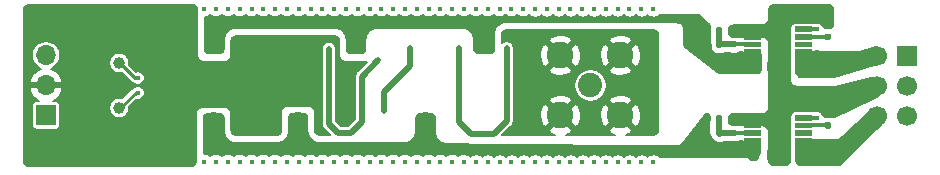
<source format=gbr>
%TF.GenerationSoftware,KiCad,Pcbnew,(5.1.8)-1*%
%TF.CreationDate,2021-10-07T20:49:06+08:00*%
%TF.ProjectId,Amplifier,416d706c-6966-4696-9572-2e6b69636164,rev?*%
%TF.SameCoordinates,Original*%
%TF.FileFunction,Copper,L4,Bot*%
%TF.FilePolarity,Positive*%
%FSLAX46Y46*%
G04 Gerber Fmt 4.6, Leading zero omitted, Abs format (unit mm)*
G04 Created by KiCad (PCBNEW (5.1.8)-1) date 2021-10-07 20:49:06*
%MOMM*%
%LPD*%
G01*
G04 APERTURE LIST*
%TA.AperFunction,SMDPad,CuDef*%
%ADD10C,1.000000*%
%TD*%
%TA.AperFunction,ComponentPad*%
%ADD11C,1.700000*%
%TD*%
%TA.AperFunction,ComponentPad*%
%ADD12R,1.700000X1.700000*%
%TD*%
%TA.AperFunction,ComponentPad*%
%ADD13C,2.250000*%
%TD*%
%TA.AperFunction,ComponentPad*%
%ADD14C,2.050000*%
%TD*%
%TA.AperFunction,ComponentPad*%
%ADD15O,1.700000X1.700000*%
%TD*%
%TA.AperFunction,SMDPad,CuDef*%
%ADD16R,1.425000X1.760000*%
%TD*%
%TA.AperFunction,ViaPad*%
%ADD17C,0.450000*%
%TD*%
%TA.AperFunction,Conductor*%
%ADD18C,0.300000*%
%TD*%
%TA.AperFunction,Conductor*%
%ADD19C,0.500000*%
%TD*%
%TA.AperFunction,Conductor*%
%ADD20C,0.250000*%
%TD*%
%TA.AperFunction,Conductor*%
%ADD21C,0.254000*%
%TD*%
%TA.AperFunction,Conductor*%
%ADD22C,0.100000*%
%TD*%
%TA.AperFunction,Conductor*%
%ADD23C,0.200000*%
%TD*%
%TA.AperFunction,Conductor*%
%ADD24C,0.400000*%
%TD*%
G04 APERTURE END LIST*
D10*
%TO.P,J5,1*%
%TO.N,Net-(J5-Pad1)*%
X80100000Y-101400000D03*
%TD*%
%TO.P,J2,1*%
%TO.N,Net-(J2-Pad1)*%
X80100000Y-97600000D03*
%TD*%
D11*
%TO.P,J1,4*%
%TO.N,GND*%
X144290000Y-99520000D03*
%TO.P,J1,5*%
%TO.N,N/C*%
X146830000Y-102060000D03*
D12*
%TO.P,J1,1*%
X146830000Y-96980000D03*
D11*
%TO.P,J1,6*%
%TO.N,-18V*%
X144290000Y-102060000D03*
%TO.P,J1,3*%
%TO.N,N/C*%
X146830000Y-99520000D03*
%TO.P,J1,2*%
%TO.N,+18V*%
X144290000Y-96980000D03*
%TD*%
%TO.P,C6,2*%
%TO.N,Net-(C6-Pad2)*%
%TA.AperFunction,SMDPad,CuDef*%
G36*
G01*
X130590000Y-102470000D02*
X130590000Y-102130000D01*
G75*
G02*
X130730000Y-101990000I140000J0D01*
G01*
X131010000Y-101990000D01*
G75*
G02*
X131150000Y-102130000I0J-140000D01*
G01*
X131150000Y-102470000D01*
G75*
G02*
X131010000Y-102610000I-140000J0D01*
G01*
X130730000Y-102610000D01*
G75*
G02*
X130590000Y-102470000I0J140000D01*
G01*
G37*
%TD.AperFunction*%
%TO.P,C6,1*%
%TO.N,AVEE*%
%TA.AperFunction,SMDPad,CuDef*%
G36*
G01*
X129630000Y-102470000D02*
X129630000Y-102130000D01*
G75*
G02*
X129770000Y-101990000I140000J0D01*
G01*
X130050000Y-101990000D01*
G75*
G02*
X130190000Y-102130000I0J-140000D01*
G01*
X130190000Y-102470000D01*
G75*
G02*
X130050000Y-102610000I-140000J0D01*
G01*
X129770000Y-102610000D01*
G75*
G02*
X129630000Y-102470000I0J140000D01*
G01*
G37*
%TD.AperFunction*%
%TD*%
%TO.P,C5,2*%
%TO.N,Net-(C5-Pad2)*%
%TA.AperFunction,SMDPad,CuDef*%
G36*
G01*
X130590000Y-95069999D02*
X130590000Y-94729999D01*
G75*
G02*
X130730000Y-94589999I140000J0D01*
G01*
X131010000Y-94589999D01*
G75*
G02*
X131150000Y-94729999I0J-140000D01*
G01*
X131150000Y-95069999D01*
G75*
G02*
X131010000Y-95209999I-140000J0D01*
G01*
X130730000Y-95209999D01*
G75*
G02*
X130590000Y-95069999I0J140000D01*
G01*
G37*
%TD.AperFunction*%
%TO.P,C5,1*%
%TO.N,AVCC*%
%TA.AperFunction,SMDPad,CuDef*%
G36*
G01*
X129630000Y-95069999D02*
X129630000Y-94729999D01*
G75*
G02*
X129770000Y-94589999I140000J0D01*
G01*
X130050000Y-94589999D01*
G75*
G02*
X130190000Y-94729999I0J-140000D01*
G01*
X130190000Y-95069999D01*
G75*
G02*
X130050000Y-95209999I-140000J0D01*
G01*
X129770000Y-95209999D01*
G75*
G02*
X129630000Y-95069999I0J140000D01*
G01*
G37*
%TD.AperFunction*%
%TD*%
%TO.P,C4,2*%
%TO.N,GND*%
%TA.AperFunction,SMDPad,CuDef*%
G36*
G01*
X140260000Y-102200000D02*
X139920000Y-102200000D01*
G75*
G02*
X139780000Y-102060000I0J140000D01*
G01*
X139780000Y-101780000D01*
G75*
G02*
X139920000Y-101640000I140000J0D01*
G01*
X140260000Y-101640000D01*
G75*
G02*
X140400000Y-101780000I0J-140000D01*
G01*
X140400000Y-102060000D01*
G75*
G02*
X140260000Y-102200000I-140000J0D01*
G01*
G37*
%TD.AperFunction*%
%TO.P,C4,1*%
%TO.N,Net-(C4-Pad1)*%
%TA.AperFunction,SMDPad,CuDef*%
G36*
G01*
X140260000Y-103160000D02*
X139920000Y-103160000D01*
G75*
G02*
X139780000Y-103020000I0J140000D01*
G01*
X139780000Y-102740000D01*
G75*
G02*
X139920000Y-102600000I140000J0D01*
G01*
X140260000Y-102600000D01*
G75*
G02*
X140400000Y-102740000I0J-140000D01*
G01*
X140400000Y-103020000D01*
G75*
G02*
X140260000Y-103160000I-140000J0D01*
G01*
G37*
%TD.AperFunction*%
%TD*%
%TO.P,C3,2*%
%TO.N,GND*%
%TA.AperFunction,SMDPad,CuDef*%
G36*
G01*
X140260000Y-94700000D02*
X139920000Y-94700000D01*
G75*
G02*
X139780000Y-94560000I0J140000D01*
G01*
X139780000Y-94280000D01*
G75*
G02*
X139920000Y-94140000I140000J0D01*
G01*
X140260000Y-94140000D01*
G75*
G02*
X140400000Y-94280000I0J-140000D01*
G01*
X140400000Y-94560000D01*
G75*
G02*
X140260000Y-94700000I-140000J0D01*
G01*
G37*
%TD.AperFunction*%
%TO.P,C3,1*%
%TO.N,Net-(C3-Pad1)*%
%TA.AperFunction,SMDPad,CuDef*%
G36*
G01*
X140260000Y-95660000D02*
X139920000Y-95660000D01*
G75*
G02*
X139780000Y-95520000I0J140000D01*
G01*
X139780000Y-95240000D01*
G75*
G02*
X139920000Y-95100000I140000J0D01*
G01*
X140260000Y-95100000D01*
G75*
G02*
X140400000Y-95240000I0J-140000D01*
G01*
X140400000Y-95520000D01*
G75*
G02*
X140260000Y-95660000I-140000J0D01*
G01*
G37*
%TD.AperFunction*%
%TD*%
%TO.P,R4,2*%
%TO.N,GND*%
%TA.AperFunction,SMDPad,CuDef*%
G36*
G01*
X132275001Y-102760000D02*
X131905001Y-102760000D01*
G75*
G02*
X131770001Y-102625000I0J135000D01*
G01*
X131770001Y-102355000D01*
G75*
G02*
X131905001Y-102220000I135000J0D01*
G01*
X132275001Y-102220000D01*
G75*
G02*
X132410001Y-102355000I0J-135000D01*
G01*
X132410001Y-102625000D01*
G75*
G02*
X132275001Y-102760000I-135000J0D01*
G01*
G37*
%TD.AperFunction*%
%TO.P,R4,1*%
%TO.N,Net-(C6-Pad2)*%
%TA.AperFunction,SMDPad,CuDef*%
G36*
G01*
X132275001Y-103780000D02*
X131905001Y-103780000D01*
G75*
G02*
X131770001Y-103645000I0J135000D01*
G01*
X131770001Y-103375000D01*
G75*
G02*
X131905001Y-103240000I135000J0D01*
G01*
X132275001Y-103240000D01*
G75*
G02*
X132410001Y-103375000I0J-135000D01*
G01*
X132410001Y-103645000D01*
G75*
G02*
X132275001Y-103780000I-135000J0D01*
G01*
G37*
%TD.AperFunction*%
%TD*%
%TO.P,R3,2*%
%TO.N,Net-(C6-Pad2)*%
%TA.AperFunction,SMDPad,CuDef*%
G36*
G01*
X130630000Y-103684999D02*
X130630000Y-103314999D01*
G75*
G02*
X130765000Y-103179999I135000J0D01*
G01*
X131035000Y-103179999D01*
G75*
G02*
X131170000Y-103314999I0J-135000D01*
G01*
X131170000Y-103684999D01*
G75*
G02*
X131035000Y-103819999I-135000J0D01*
G01*
X130765000Y-103819999D01*
G75*
G02*
X130630000Y-103684999I0J135000D01*
G01*
G37*
%TD.AperFunction*%
%TO.P,R3,1*%
%TO.N,AVEE*%
%TA.AperFunction,SMDPad,CuDef*%
G36*
G01*
X129610000Y-103684999D02*
X129610000Y-103314999D01*
G75*
G02*
X129745000Y-103179999I135000J0D01*
G01*
X130015000Y-103179999D01*
G75*
G02*
X130150000Y-103314999I0J-135000D01*
G01*
X130150000Y-103684999D01*
G75*
G02*
X130015000Y-103819999I-135000J0D01*
G01*
X129745000Y-103819999D01*
G75*
G02*
X129610000Y-103684999I0J135000D01*
G01*
G37*
%TD.AperFunction*%
%TD*%
%TO.P,R2,2*%
%TO.N,GND*%
%TA.AperFunction,SMDPad,CuDef*%
G36*
G01*
X132275000Y-95260001D02*
X131905000Y-95260001D01*
G75*
G02*
X131770000Y-95125001I0J135000D01*
G01*
X131770000Y-94855001D01*
G75*
G02*
X131905000Y-94720001I135000J0D01*
G01*
X132275000Y-94720001D01*
G75*
G02*
X132410000Y-94855001I0J-135000D01*
G01*
X132410000Y-95125001D01*
G75*
G02*
X132275000Y-95260001I-135000J0D01*
G01*
G37*
%TD.AperFunction*%
%TO.P,R2,1*%
%TO.N,Net-(C5-Pad2)*%
%TA.AperFunction,SMDPad,CuDef*%
G36*
G01*
X132275000Y-96280001D02*
X131905000Y-96280001D01*
G75*
G02*
X131770000Y-96145001I0J135000D01*
G01*
X131770000Y-95875001D01*
G75*
G02*
X131905000Y-95740001I135000J0D01*
G01*
X132275000Y-95740001D01*
G75*
G02*
X132410000Y-95875001I0J-135000D01*
G01*
X132410000Y-96145001D01*
G75*
G02*
X132275000Y-96280001I-135000J0D01*
G01*
G37*
%TD.AperFunction*%
%TD*%
%TO.P,R1,2*%
%TO.N,Net-(C5-Pad2)*%
%TA.AperFunction,SMDPad,CuDef*%
G36*
G01*
X130629999Y-96185000D02*
X130629999Y-95815000D01*
G75*
G02*
X130764999Y-95680000I135000J0D01*
G01*
X131034999Y-95680000D01*
G75*
G02*
X131169999Y-95815000I0J-135000D01*
G01*
X131169999Y-96185000D01*
G75*
G02*
X131034999Y-96320000I-135000J0D01*
G01*
X130764999Y-96320000D01*
G75*
G02*
X130629999Y-96185000I0J135000D01*
G01*
G37*
%TD.AperFunction*%
%TO.P,R1,1*%
%TO.N,AVCC*%
%TA.AperFunction,SMDPad,CuDef*%
G36*
G01*
X129609999Y-96185000D02*
X129609999Y-95815000D01*
G75*
G02*
X129744999Y-95680000I135000J0D01*
G01*
X130014999Y-95680000D01*
G75*
G02*
X130149999Y-95815000I0J-135000D01*
G01*
X130149999Y-96185000D01*
G75*
G02*
X130014999Y-96320000I-135000J0D01*
G01*
X129744999Y-96320000D01*
G75*
G02*
X129609999Y-96185000I0J135000D01*
G01*
G37*
%TD.AperFunction*%
%TD*%
D13*
%TO.P,J4,2*%
%TO.N,GND*%
X117460000Y-102040000D03*
X117460000Y-96960000D03*
X122540000Y-96960000D03*
X122540000Y-102040000D03*
D14*
%TO.P,J4,1*%
%TO.N,OutSignal*%
X120000000Y-99500000D03*
%TD*%
D15*
%TO.P,J3,3*%
%TO.N,Signal-*%
X73900000Y-96945000D03*
%TO.P,J3,2*%
%TO.N,GND*%
X73900000Y-99485000D03*
D12*
%TO.P,J3,1*%
%TO.N,Signal+*%
X73900000Y-102025000D03*
%TD*%
%TO.P,C8,2*%
%TO.N,GND*%
%TA.AperFunction,SMDPad,CuDef*%
G36*
G01*
X134914999Y-105649999D02*
X134914999Y-105149999D01*
G75*
G02*
X135139999Y-104924999I225000J0D01*
G01*
X135589999Y-104924999D01*
G75*
G02*
X135814999Y-105149999I0J-225000D01*
G01*
X135814999Y-105649999D01*
G75*
G02*
X135589999Y-105874999I-225000J0D01*
G01*
X135139999Y-105874999D01*
G75*
G02*
X134914999Y-105649999I0J225000D01*
G01*
G37*
%TD.AperFunction*%
%TO.P,C8,1*%
%TO.N,AVEE*%
%TA.AperFunction,SMDPad,CuDef*%
G36*
G01*
X133364999Y-105649999D02*
X133364999Y-105149999D01*
G75*
G02*
X133589999Y-104924999I225000J0D01*
G01*
X134039999Y-104924999D01*
G75*
G02*
X134264999Y-105149999I0J-225000D01*
G01*
X134264999Y-105649999D01*
G75*
G02*
X134039999Y-105874999I-225000J0D01*
G01*
X133589999Y-105874999D01*
G75*
G02*
X133364999Y-105649999I0J225000D01*
G01*
G37*
%TD.AperFunction*%
%TD*%
%TO.P,C7,2*%
%TO.N,GND*%
%TA.AperFunction,SMDPad,CuDef*%
G36*
G01*
X134915000Y-98150000D02*
X134915000Y-97650000D01*
G75*
G02*
X135140000Y-97425000I225000J0D01*
G01*
X135590000Y-97425000D01*
G75*
G02*
X135815000Y-97650000I0J-225000D01*
G01*
X135815000Y-98150000D01*
G75*
G02*
X135590000Y-98375000I-225000J0D01*
G01*
X135140000Y-98375000D01*
G75*
G02*
X134915000Y-98150000I0J225000D01*
G01*
G37*
%TD.AperFunction*%
%TO.P,C7,1*%
%TO.N,AVCC*%
%TA.AperFunction,SMDPad,CuDef*%
G36*
G01*
X133365000Y-98150000D02*
X133365000Y-97650000D01*
G75*
G02*
X133590000Y-97425000I225000J0D01*
G01*
X134040000Y-97425000D01*
G75*
G02*
X134265000Y-97650000I0J-225000D01*
G01*
X134265000Y-98150000D01*
G75*
G02*
X134040000Y-98375000I-225000J0D01*
G01*
X133590000Y-98375000D01*
G75*
G02*
X133365000Y-98150000I0J225000D01*
G01*
G37*
%TD.AperFunction*%
%TD*%
%TO.P,C2,2*%
%TO.N,GND*%
%TA.AperFunction,SMDPad,CuDef*%
G36*
G01*
X136865000Y-105150000D02*
X136865000Y-105650000D01*
G75*
G02*
X136640000Y-105875000I-225000J0D01*
G01*
X136190000Y-105875000D01*
G75*
G02*
X135965000Y-105650000I0J225000D01*
G01*
X135965000Y-105150000D01*
G75*
G02*
X136190000Y-104925000I225000J0D01*
G01*
X136640000Y-104925000D01*
G75*
G02*
X136865000Y-105150000I0J-225000D01*
G01*
G37*
%TD.AperFunction*%
%TO.P,C2,1*%
%TO.N,-18V*%
%TA.AperFunction,SMDPad,CuDef*%
G36*
G01*
X138415000Y-105150000D02*
X138415000Y-105650000D01*
G75*
G02*
X138190000Y-105875000I-225000J0D01*
G01*
X137740000Y-105875000D01*
G75*
G02*
X137515000Y-105650000I0J225000D01*
G01*
X137515000Y-105150000D01*
G75*
G02*
X137740000Y-104925000I225000J0D01*
G01*
X138190000Y-104925000D01*
G75*
G02*
X138415000Y-105150000I0J-225000D01*
G01*
G37*
%TD.AperFunction*%
%TD*%
%TO.P,C1,2*%
%TO.N,GND*%
%TA.AperFunction,SMDPad,CuDef*%
G36*
G01*
X136865000Y-97650000D02*
X136865000Y-98150000D01*
G75*
G02*
X136640000Y-98375000I-225000J0D01*
G01*
X136190000Y-98375000D01*
G75*
G02*
X135965000Y-98150000I0J225000D01*
G01*
X135965000Y-97650000D01*
G75*
G02*
X136190000Y-97425000I225000J0D01*
G01*
X136640000Y-97425000D01*
G75*
G02*
X136865000Y-97650000I0J-225000D01*
G01*
G37*
%TD.AperFunction*%
%TO.P,C1,1*%
%TO.N,+18V*%
%TA.AperFunction,SMDPad,CuDef*%
G36*
G01*
X138415000Y-97650000D02*
X138415000Y-98150000D01*
G75*
G02*
X138190000Y-98375000I-225000J0D01*
G01*
X137740000Y-98375000D01*
G75*
G02*
X137515000Y-98150000I0J225000D01*
G01*
X137515000Y-97650000D01*
G75*
G02*
X137740000Y-97425000I225000J0D01*
G01*
X138190000Y-97425000D01*
G75*
G02*
X138415000Y-97650000I0J-225000D01*
G01*
G37*
%TD.AperFunction*%
%TD*%
D16*
%TO.P,U2,9*%
%TO.N,GND*%
X135890000Y-103200000D03*
%TO.P,U2,8*%
%TO.N,-18V*%
%TA.AperFunction,SMDPad,CuDef*%
G36*
G01*
X137305000Y-104386200D02*
X137305000Y-103963800D01*
G75*
G02*
X137333800Y-103935000I28800J0D01*
G01*
X138746200Y-103935000D01*
G75*
G02*
X138775000Y-103963800I0J-28800D01*
G01*
X138775000Y-104386200D01*
G75*
G02*
X138746200Y-104415000I-28800J0D01*
G01*
X137333800Y-104415000D01*
G75*
G02*
X137305000Y-104386200I0J28800D01*
G01*
G37*
%TD.AperFunction*%
%TO.P,U2,7*%
%TO.N,N/C*%
%TA.AperFunction,SMDPad,CuDef*%
G36*
G01*
X137305000Y-103736200D02*
X137305000Y-103313800D01*
G75*
G02*
X137333800Y-103285000I28800J0D01*
G01*
X138746200Y-103285000D01*
G75*
G02*
X138775000Y-103313800I0J-28800D01*
G01*
X138775000Y-103736200D01*
G75*
G02*
X138746200Y-103765000I-28800J0D01*
G01*
X137333800Y-103765000D01*
G75*
G02*
X137305000Y-103736200I0J28800D01*
G01*
G37*
%TD.AperFunction*%
%TO.P,U2,6*%
%TO.N,Net-(C4-Pad1)*%
%TA.AperFunction,SMDPad,CuDef*%
G36*
G01*
X137305000Y-103086200D02*
X137305000Y-102663800D01*
G75*
G02*
X137333800Y-102635000I28800J0D01*
G01*
X138746200Y-102635000D01*
G75*
G02*
X138775000Y-102663800I0J-28800D01*
G01*
X138775000Y-103086200D01*
G75*
G02*
X138746200Y-103115000I-28800J0D01*
G01*
X137333800Y-103115000D01*
G75*
G02*
X137305000Y-103086200I0J28800D01*
G01*
G37*
%TD.AperFunction*%
%TO.P,U2,5*%
%TO.N,-18V*%
%TA.AperFunction,SMDPad,CuDef*%
G36*
G01*
X137305000Y-102436200D02*
X137305000Y-102013800D01*
G75*
G02*
X137333800Y-101985000I28800J0D01*
G01*
X138746200Y-101985000D01*
G75*
G02*
X138775000Y-102013800I0J-28800D01*
G01*
X138775000Y-102436200D01*
G75*
G02*
X138746200Y-102465000I-28800J0D01*
G01*
X137333800Y-102465000D01*
G75*
G02*
X137305000Y-102436200I0J28800D01*
G01*
G37*
%TD.AperFunction*%
%TO.P,U2,4*%
%TO.N,GND*%
%TA.AperFunction,SMDPad,CuDef*%
G36*
G01*
X133005000Y-102436200D02*
X133005000Y-102013800D01*
G75*
G02*
X133033800Y-101985000I28800J0D01*
G01*
X134446200Y-101985000D01*
G75*
G02*
X134475000Y-102013800I0J-28800D01*
G01*
X134475000Y-102436200D01*
G75*
G02*
X134446200Y-102465000I-28800J0D01*
G01*
X133033800Y-102465000D01*
G75*
G02*
X133005000Y-102436200I0J28800D01*
G01*
G37*
%TD.AperFunction*%
%TO.P,U2,3*%
%TA.AperFunction,SMDPad,CuDef*%
G36*
G01*
X133005000Y-103086200D02*
X133005000Y-102663800D01*
G75*
G02*
X133033800Y-102635000I28800J0D01*
G01*
X134446200Y-102635000D01*
G75*
G02*
X134475000Y-102663800I0J-28800D01*
G01*
X134475000Y-103086200D01*
G75*
G02*
X134446200Y-103115000I-28800J0D01*
G01*
X133033800Y-103115000D01*
G75*
G02*
X133005000Y-103086200I0J28800D01*
G01*
G37*
%TD.AperFunction*%
%TO.P,U2,2*%
%TO.N,Net-(C6-Pad2)*%
%TA.AperFunction,SMDPad,CuDef*%
G36*
G01*
X133005000Y-103736200D02*
X133005000Y-103313800D01*
G75*
G02*
X133033800Y-103285000I28800J0D01*
G01*
X134446200Y-103285000D01*
G75*
G02*
X134475000Y-103313800I0J-28800D01*
G01*
X134475000Y-103736200D01*
G75*
G02*
X134446200Y-103765000I-28800J0D01*
G01*
X133033800Y-103765000D01*
G75*
G02*
X133005000Y-103736200I0J28800D01*
G01*
G37*
%TD.AperFunction*%
%TO.P,U2,1*%
%TO.N,AVEE*%
%TA.AperFunction,SMDPad,CuDef*%
G36*
G01*
X133005000Y-104386200D02*
X133005000Y-103963800D01*
G75*
G02*
X133033800Y-103935000I28800J0D01*
G01*
X134446200Y-103935000D01*
G75*
G02*
X134475000Y-103963800I0J-28800D01*
G01*
X134475000Y-104386200D01*
G75*
G02*
X134446200Y-104415000I-28800J0D01*
G01*
X133033800Y-104415000D01*
G75*
G02*
X133005000Y-104386200I0J28800D01*
G01*
G37*
%TD.AperFunction*%
%TD*%
%TO.P,U1,9*%
%TO.N,GND*%
X135890000Y-95700000D03*
%TO.P,U1,8*%
%TO.N,+18V*%
%TA.AperFunction,SMDPad,CuDef*%
G36*
G01*
X137305000Y-96886200D02*
X137305000Y-96463800D01*
G75*
G02*
X137333800Y-96435000I28800J0D01*
G01*
X138746200Y-96435000D01*
G75*
G02*
X138775000Y-96463800I0J-28800D01*
G01*
X138775000Y-96886200D01*
G75*
G02*
X138746200Y-96915000I-28800J0D01*
G01*
X137333800Y-96915000D01*
G75*
G02*
X137305000Y-96886200I0J28800D01*
G01*
G37*
%TD.AperFunction*%
%TO.P,U1,7*%
%TO.N,N/C*%
%TA.AperFunction,SMDPad,CuDef*%
G36*
G01*
X137305000Y-96236200D02*
X137305000Y-95813800D01*
G75*
G02*
X137333800Y-95785000I28800J0D01*
G01*
X138746200Y-95785000D01*
G75*
G02*
X138775000Y-95813800I0J-28800D01*
G01*
X138775000Y-96236200D01*
G75*
G02*
X138746200Y-96265000I-28800J0D01*
G01*
X137333800Y-96265000D01*
G75*
G02*
X137305000Y-96236200I0J28800D01*
G01*
G37*
%TD.AperFunction*%
%TO.P,U1,6*%
%TO.N,Net-(C3-Pad1)*%
%TA.AperFunction,SMDPad,CuDef*%
G36*
G01*
X137305000Y-95586200D02*
X137305000Y-95163800D01*
G75*
G02*
X137333800Y-95135000I28800J0D01*
G01*
X138746200Y-95135000D01*
G75*
G02*
X138775000Y-95163800I0J-28800D01*
G01*
X138775000Y-95586200D01*
G75*
G02*
X138746200Y-95615000I-28800J0D01*
G01*
X137333800Y-95615000D01*
G75*
G02*
X137305000Y-95586200I0J28800D01*
G01*
G37*
%TD.AperFunction*%
%TO.P,U1,5*%
%TO.N,+18V*%
%TA.AperFunction,SMDPad,CuDef*%
G36*
G01*
X137305000Y-94936200D02*
X137305000Y-94513800D01*
G75*
G02*
X137333800Y-94485000I28800J0D01*
G01*
X138746200Y-94485000D01*
G75*
G02*
X138775000Y-94513800I0J-28800D01*
G01*
X138775000Y-94936200D01*
G75*
G02*
X138746200Y-94965000I-28800J0D01*
G01*
X137333800Y-94965000D01*
G75*
G02*
X137305000Y-94936200I0J28800D01*
G01*
G37*
%TD.AperFunction*%
%TO.P,U1,4*%
%TO.N,GND*%
%TA.AperFunction,SMDPad,CuDef*%
G36*
G01*
X133005000Y-94936200D02*
X133005000Y-94513800D01*
G75*
G02*
X133033800Y-94485000I28800J0D01*
G01*
X134446200Y-94485000D01*
G75*
G02*
X134475000Y-94513800I0J-28800D01*
G01*
X134475000Y-94936200D01*
G75*
G02*
X134446200Y-94965000I-28800J0D01*
G01*
X133033800Y-94965000D01*
G75*
G02*
X133005000Y-94936200I0J28800D01*
G01*
G37*
%TD.AperFunction*%
%TO.P,U1,3*%
%TA.AperFunction,SMDPad,CuDef*%
G36*
G01*
X133005000Y-95586200D02*
X133005000Y-95163800D01*
G75*
G02*
X133033800Y-95135000I28800J0D01*
G01*
X134446200Y-95135000D01*
G75*
G02*
X134475000Y-95163800I0J-28800D01*
G01*
X134475000Y-95586200D01*
G75*
G02*
X134446200Y-95615000I-28800J0D01*
G01*
X133033800Y-95615000D01*
G75*
G02*
X133005000Y-95586200I0J28800D01*
G01*
G37*
%TD.AperFunction*%
%TO.P,U1,2*%
%TO.N,Net-(C5-Pad2)*%
%TA.AperFunction,SMDPad,CuDef*%
G36*
G01*
X133005000Y-96236200D02*
X133005000Y-95813800D01*
G75*
G02*
X133033800Y-95785000I28800J0D01*
G01*
X134446200Y-95785000D01*
G75*
G02*
X134475000Y-95813800I0J-28800D01*
G01*
X134475000Y-96236200D01*
G75*
G02*
X134446200Y-96265000I-28800J0D01*
G01*
X133033800Y-96265000D01*
G75*
G02*
X133005000Y-96236200I0J28800D01*
G01*
G37*
%TD.AperFunction*%
%TO.P,U1,1*%
%TO.N,AVCC*%
%TA.AperFunction,SMDPad,CuDef*%
G36*
G01*
X133005000Y-96886200D02*
X133005000Y-96463800D01*
G75*
G02*
X133033800Y-96435000I28800J0D01*
G01*
X134446200Y-96435000D01*
G75*
G02*
X134475000Y-96463800I0J-28800D01*
G01*
X134475000Y-96886200D01*
G75*
G02*
X134446200Y-96915000I-28800J0D01*
G01*
X133033800Y-96915000D01*
G75*
G02*
X133005000Y-96886200I0J28800D01*
G01*
G37*
%TD.AperFunction*%
%TD*%
D17*
%TO.N,GND*%
X136390001Y-96300000D03*
X136390001Y-95700000D03*
X136390000Y-95099999D03*
X135390001Y-96300000D03*
X135390001Y-95700000D03*
X135390000Y-95099999D03*
X136390001Y-103800000D03*
X136390001Y-102600000D03*
X135390000Y-103799999D03*
X135390001Y-102600000D03*
X136390001Y-103200000D03*
X135390001Y-103200000D03*
X72300000Y-106000000D03*
X73300000Y-106000000D03*
X74300000Y-106000000D03*
X75300000Y-106000000D03*
X76300000Y-106000000D03*
X77300000Y-106000000D03*
X78300000Y-106000000D03*
X79300000Y-106000000D03*
X80300000Y-106000000D03*
X81300000Y-106000000D03*
X82300000Y-106000000D03*
X83300000Y-106000000D03*
X84300000Y-106000000D03*
X85300000Y-106000000D03*
X86300000Y-106000000D03*
X87300000Y-106000000D03*
X88300000Y-106000000D03*
X89300000Y-106000000D03*
X90300000Y-106000000D03*
X91300000Y-106000000D03*
X92300000Y-106000000D03*
X93300000Y-106000000D03*
X94300000Y-106000000D03*
X95300000Y-106000000D03*
X96300000Y-106000000D03*
X97300000Y-106000000D03*
X98300000Y-106000000D03*
X99300000Y-106000000D03*
X100300000Y-106000000D03*
X101300000Y-106000000D03*
X102300000Y-106000000D03*
X103300000Y-106000000D03*
X104300000Y-106000000D03*
X105300000Y-106000000D03*
X106300000Y-106000000D03*
X107300000Y-106000000D03*
X108300000Y-106000000D03*
X109300000Y-106000000D03*
X110300000Y-106000000D03*
X111300000Y-106000000D03*
X112300000Y-106000000D03*
X113300000Y-106000000D03*
X114300000Y-106000000D03*
X115300000Y-106000000D03*
X116300000Y-106000000D03*
X117300000Y-106000000D03*
X118300000Y-106000000D03*
X119300000Y-106000000D03*
X120300000Y-106000000D03*
X121300000Y-106000000D03*
X122300000Y-106000000D03*
X125300000Y-106000000D03*
X124300000Y-106000000D03*
X123300000Y-106000000D03*
X124300000Y-93000000D03*
X123300000Y-93000000D03*
X121300000Y-93000000D03*
X122300000Y-93000000D03*
X93300000Y-93000000D03*
X79300000Y-93000000D03*
X102300000Y-93000000D03*
X86300000Y-93000000D03*
X92300000Y-93000000D03*
X105300000Y-93000000D03*
X108300000Y-93000000D03*
X74300000Y-93000000D03*
X90300000Y-93000000D03*
X110300000Y-93000000D03*
X112300000Y-93000000D03*
X113300000Y-93000000D03*
X87300000Y-93000000D03*
X80300000Y-93000000D03*
X114300000Y-93000000D03*
X91300000Y-93000000D03*
X116300000Y-93000000D03*
X85300000Y-93000000D03*
X99300000Y-93000000D03*
X88300000Y-93000000D03*
X76300000Y-93000000D03*
X100300000Y-93000000D03*
X73300000Y-93000000D03*
X72300000Y-93000000D03*
X101300000Y-93000000D03*
X84300000Y-93000000D03*
X104300000Y-93000000D03*
X77300000Y-93000000D03*
X83300000Y-93000000D03*
X96300000Y-93000000D03*
X95300000Y-93000000D03*
X109300000Y-93000000D03*
X111300000Y-93000000D03*
X115300000Y-93000000D03*
X78300000Y-93000000D03*
X117300000Y-93000000D03*
X107300000Y-93000000D03*
X118300000Y-93000000D03*
X75300000Y-93000000D03*
X81300000Y-93000000D03*
X82300000Y-93000000D03*
X89300000Y-93000000D03*
X94300000Y-93000000D03*
X97300000Y-93000000D03*
X98300000Y-93000000D03*
X103300000Y-93000000D03*
X106300000Y-93000000D03*
X120300000Y-93000000D03*
X119300000Y-93000000D03*
X72300000Y-94000000D03*
X125300000Y-93000000D03*
X72300000Y-97000000D03*
X72300000Y-95000000D03*
X72300000Y-96000000D03*
X72300000Y-99000000D03*
X72300000Y-98000000D03*
X72300000Y-103000000D03*
X72300000Y-101000000D03*
X72300000Y-100000000D03*
X72300000Y-102000000D03*
X72300000Y-104000000D03*
X72300000Y-105000000D03*
%TO.N,+18V*%
X139200000Y-94720000D03*
X139200000Y-96679999D03*
%TO.N,-18V*%
X139200000Y-102220000D03*
X139199999Y-104190000D03*
%TO.N,AVCC*%
X100780000Y-96570000D03*
X100160000Y-96570000D03*
X99540000Y-96570000D03*
X129200000Y-94900000D03*
X110350000Y-96570000D03*
X110970000Y-96570000D03*
X111590000Y-96570000D03*
X88145000Y-96570000D03*
X87525000Y-96570000D03*
X88765000Y-96570000D03*
%TO.N,AVEE*%
X129200000Y-103700000D03*
X87490000Y-102120000D03*
X88110000Y-102120000D03*
X88730000Y-102120000D03*
X95230000Y-102200000D03*
X94610000Y-102200000D03*
X95850000Y-102200000D03*
X106030000Y-102170000D03*
X105410000Y-102170000D03*
X106650000Y-102170000D03*
%TO.N,Net-(C14-Pad1)*%
X102050000Y-97370000D03*
X99030000Y-103560000D03*
X97840000Y-96379996D03*
%TO.N,Net-(C15-Pad1)*%
X104750000Y-96360000D03*
X102540000Y-101660000D03*
%TO.N,Net-(C19-Pad1)*%
X112900000Y-96360000D03*
X109880000Y-103570000D03*
X108880000Y-96360000D03*
%TO.N,Net-(J5-Pad1)*%
X81700000Y-100120000D03*
%TO.N,Net-(J2-Pad1)*%
X81700000Y-98880000D03*
%TD*%
D18*
%TO.N,GND*%
X133740000Y-95375000D02*
X133740000Y-94725001D01*
X133740000Y-102875000D02*
X133740000Y-102225000D01*
%TO.N,+18V*%
X139195000Y-94725000D02*
X139200000Y-94720000D01*
X138040001Y-94725000D02*
X139195000Y-94725000D01*
%TO.N,-18V*%
X139195000Y-102225000D02*
X139200000Y-102220000D01*
X138040001Y-102225000D02*
X139195000Y-102225000D01*
%TO.N,Net-(C3-Pad1)*%
X140084999Y-95375000D02*
X140090000Y-95380001D01*
X138039998Y-95375000D02*
X140084999Y-95375000D01*
%TO.N,Net-(C4-Pad1)*%
X140075000Y-102875000D02*
X140089999Y-102860000D01*
X138039999Y-102875000D02*
X140075000Y-102875000D01*
D19*
%TO.N,Net-(C5-Pad2)*%
X130870000Y-95970000D02*
X130899998Y-96000000D01*
X130869999Y-94900000D02*
X130870000Y-95970000D01*
X132079998Y-96000000D02*
X132090000Y-96009999D01*
X130899998Y-96000000D02*
X132079998Y-96000000D01*
D18*
X133725002Y-96010001D02*
X133739999Y-96024999D01*
X132090000Y-96009999D02*
X133725002Y-96010001D01*
D19*
%TO.N,AVCC*%
X133740000Y-97825001D02*
X133815000Y-97900001D01*
X133740000Y-96675000D02*
X133740000Y-97825001D01*
%TO.N,Net-(C6-Pad2)*%
X130870000Y-103470000D02*
X130899998Y-103500001D01*
X130870000Y-102300000D02*
X130870000Y-103470000D01*
X130899998Y-103500001D02*
X132079998Y-103500001D01*
D18*
X133725000Y-103510000D02*
X133739999Y-103525000D01*
X132090000Y-103509999D02*
X133725000Y-103510000D01*
D19*
%TO.N,AVEE*%
X133814999Y-104249999D02*
X133740000Y-104175000D01*
X133814999Y-105399999D02*
X133814999Y-104249999D01*
%TO.N,Net-(C14-Pad1)*%
X97840000Y-102740000D02*
X97840000Y-96379996D01*
X98660000Y-103560000D02*
X97840000Y-102740000D01*
X99030000Y-103560000D02*
X98660000Y-103560000D01*
X99740000Y-103560000D02*
X99030000Y-103560000D01*
X100680000Y-102620000D02*
X99740000Y-103560000D01*
X100680000Y-98740000D02*
X100680000Y-102620000D01*
X102050000Y-97370000D02*
X100680000Y-98740000D01*
%TO.N,Net-(C15-Pad1)*%
X102540000Y-100065000D02*
X102540000Y-101660000D01*
X104750000Y-97855000D02*
X102540000Y-100065000D01*
X104750000Y-96360000D02*
X104750000Y-97855000D01*
%TO.N,Net-(C19-Pad1)*%
X108880000Y-102570000D02*
X108880000Y-96360000D01*
X109880000Y-103570000D02*
X108880000Y-102570000D01*
X111830000Y-103570000D02*
X109880000Y-103570000D01*
X112900000Y-102500000D02*
X111830000Y-103570000D01*
X112900000Y-96360000D02*
X112900000Y-102500000D01*
D20*
%TO.N,Net-(J5-Pad1)*%
X81700000Y-100120000D02*
X81680000Y-100120000D01*
X80200000Y-101400000D02*
X80100000Y-101400000D01*
X81480000Y-100120000D02*
X80200000Y-101400000D01*
X81700000Y-100120000D02*
X81480000Y-100120000D01*
%TO.N,Net-(J2-Pad1)*%
X81420000Y-98880000D02*
X80040000Y-97500000D01*
X81700000Y-98880000D02*
X81420000Y-98880000D01*
%TD*%
D21*
%TO.N,+18V*%
X144152188Y-96273921D02*
X144250300Y-96314142D01*
X144333059Y-96380426D01*
X144393736Y-96467384D01*
X144430311Y-96576659D01*
X144542132Y-97191674D01*
X144545974Y-97310304D01*
X144517628Y-97415768D01*
X144459847Y-97508441D01*
X144377626Y-97580313D01*
X144269418Y-97629075D01*
X140640631Y-98656503D01*
X140521810Y-98673000D01*
X137798328Y-98672999D01*
X137693743Y-98659230D01*
X137604045Y-98622076D01*
X137527024Y-98562975D01*
X137467923Y-98485954D01*
X137430769Y-98396256D01*
X137417000Y-98291671D01*
X137417000Y-97008320D01*
X137430767Y-96903746D01*
X137467922Y-96814046D01*
X137527024Y-96737024D01*
X137604046Y-96677922D01*
X137686366Y-96643824D01*
X138746200Y-96643824D01*
X138825723Y-96635992D01*
X138855363Y-96627001D01*
X142817621Y-96627003D01*
X142838267Y-96625314D01*
X142998671Y-96598886D01*
X143018768Y-96593862D01*
X143933412Y-96284061D01*
X144046711Y-96263040D01*
X144152188Y-96273921D01*
%TA.AperFunction,Conductor*%
D22*
G36*
X144152188Y-96273921D02*
G01*
X144250300Y-96314142D01*
X144333059Y-96380426D01*
X144393736Y-96467384D01*
X144430311Y-96576659D01*
X144542132Y-97191674D01*
X144545974Y-97310304D01*
X144517628Y-97415768D01*
X144459847Y-97508441D01*
X144377626Y-97580313D01*
X144269418Y-97629075D01*
X140640631Y-98656503D01*
X140521810Y-98673000D01*
X137798328Y-98672999D01*
X137693743Y-98659230D01*
X137604045Y-98622076D01*
X137527024Y-98562975D01*
X137467923Y-98485954D01*
X137430769Y-98396256D01*
X137417000Y-98291671D01*
X137417000Y-97008320D01*
X137430767Y-96903746D01*
X137467922Y-96814046D01*
X137527024Y-96737024D01*
X137604046Y-96677922D01*
X137686366Y-96643824D01*
X138746200Y-96643824D01*
X138825723Y-96635992D01*
X138855363Y-96627001D01*
X142817621Y-96627003D01*
X142838267Y-96625314D01*
X142998671Y-96598886D01*
X143018768Y-96593862D01*
X143933412Y-96284061D01*
X144046711Y-96263040D01*
X144152188Y-96273921D01*
G37*
%TD.AperFunction*%
%TD*%
D21*
%TO.N,-18V*%
X143869074Y-101732069D02*
X143969469Y-101794376D01*
X144490953Y-102235633D01*
X144565526Y-102319025D01*
X144610474Y-102411645D01*
X144628297Y-102513046D01*
X144617626Y-102615442D01*
X144579282Y-102710985D01*
X144510736Y-102799400D01*
X141162851Y-106061443D01*
X141079864Y-106123707D01*
X140991394Y-106159681D01*
X140888502Y-106173000D01*
X137798319Y-106173001D01*
X137693745Y-106159234D01*
X137604045Y-106122079D01*
X137527023Y-106062977D01*
X137467921Y-105985955D01*
X137430766Y-105896255D01*
X137416999Y-105791681D01*
X137417000Y-104508328D01*
X137430769Y-104403743D01*
X137467923Y-104314045D01*
X137527024Y-104237024D01*
X137604045Y-104177923D01*
X137686368Y-104143824D01*
X138746200Y-104143824D01*
X138825723Y-104135992D01*
X138855364Y-104127000D01*
X140794850Y-104127001D01*
X140811017Y-104125968D01*
X140937275Y-104109764D01*
X140968558Y-104101600D01*
X141086633Y-104054040D01*
X141114844Y-104038239D01*
X141217082Y-103962403D01*
X141229450Y-103951943D01*
X143456133Y-101810702D01*
X143552369Y-101742139D01*
X143655385Y-101707381D01*
X143764053Y-101703925D01*
X143869074Y-101732069D01*
%TA.AperFunction,Conductor*%
D22*
G36*
X143869074Y-101732069D02*
G01*
X143969469Y-101794376D01*
X144490953Y-102235633D01*
X144565526Y-102319025D01*
X144610474Y-102411645D01*
X144628297Y-102513046D01*
X144617626Y-102615442D01*
X144579282Y-102710985D01*
X144510736Y-102799400D01*
X141162851Y-106061443D01*
X141079864Y-106123707D01*
X140991394Y-106159681D01*
X140888502Y-106173000D01*
X137798319Y-106173001D01*
X137693745Y-106159234D01*
X137604045Y-106122079D01*
X137527023Y-106062977D01*
X137467921Y-105985955D01*
X137430766Y-105896255D01*
X137416999Y-105791681D01*
X137417000Y-104508328D01*
X137430769Y-104403743D01*
X137467923Y-104314045D01*
X137527024Y-104237024D01*
X137604045Y-104177923D01*
X137686368Y-104143824D01*
X138746200Y-104143824D01*
X138825723Y-104135992D01*
X138855364Y-104127000D01*
X140794850Y-104127001D01*
X140811017Y-104125968D01*
X140937275Y-104109764D01*
X140968558Y-104101600D01*
X141086633Y-104054040D01*
X141114844Y-104038239D01*
X141217082Y-103962403D01*
X141229450Y-103951943D01*
X143456133Y-101810702D01*
X143552369Y-101742139D01*
X143655385Y-101707381D01*
X143764053Y-101703925D01*
X143869074Y-101732069D01*
G37*
%TD.AperFunction*%
%TD*%
D21*
%TO.N,AVCC*%
X128998289Y-93538963D02*
X129082822Y-93571350D01*
X129163435Y-93627667D01*
X129942614Y-94327430D01*
X130015091Y-94413618D01*
X130057304Y-94508264D01*
X130072004Y-94612699D01*
X130060451Y-94729999D01*
X130060451Y-95069999D01*
X130073000Y-95197414D01*
X130073000Y-95915354D01*
X130074078Y-95931862D01*
X130090975Y-96060749D01*
X130099486Y-96092652D01*
X130100450Y-96094990D01*
X130100450Y-96185000D01*
X130113219Y-96314647D01*
X130151036Y-96439312D01*
X130212447Y-96554204D01*
X130295092Y-96654907D01*
X130395795Y-96737552D01*
X130510687Y-96798963D01*
X130635352Y-96836780D01*
X130764999Y-96849549D01*
X131034999Y-96849549D01*
X131164646Y-96836780D01*
X131289311Y-96798963D01*
X131330401Y-96777000D01*
X131710144Y-96777000D01*
X131775353Y-96796781D01*
X131905000Y-96809550D01*
X132275000Y-96809550D01*
X132404647Y-96796781D01*
X132529312Y-96758964D01*
X132644204Y-96697553D01*
X132657064Y-96686999D01*
X132707208Y-96686999D01*
X132723598Y-96700450D01*
X132820129Y-96752047D01*
X132924872Y-96783820D01*
X133033800Y-96794549D01*
X134330238Y-96794549D01*
X134349346Y-96840892D01*
X134363000Y-96945045D01*
X134363000Y-97991672D01*
X134349231Y-98096257D01*
X134312077Y-98185955D01*
X134252976Y-98262976D01*
X134175955Y-98322077D01*
X134086257Y-98359231D01*
X133981672Y-98373000D01*
X130980019Y-98373000D01*
X130850339Y-98351603D01*
X130734407Y-98289683D01*
X128080770Y-96255228D01*
X127995740Y-96166467D01*
X127945707Y-96065063D01*
X127927000Y-95943575D01*
X127927000Y-94700000D01*
X127925914Y-94683423D01*
X127908877Y-94554013D01*
X127900296Y-94521989D01*
X127850346Y-94401399D01*
X127833768Y-94372687D01*
X127754308Y-94269134D01*
X127730866Y-94245692D01*
X127627313Y-94166232D01*
X127598601Y-94149654D01*
X127478011Y-94099704D01*
X127445987Y-94091123D01*
X127316577Y-94074086D01*
X127300000Y-94073000D01*
X114107515Y-94073000D01*
X114013857Y-94058136D01*
X113938430Y-94019615D01*
X113878637Y-93959635D01*
X113840353Y-93884089D01*
X113827333Y-93800360D01*
X113840882Y-93716344D01*
X113879703Y-93640566D01*
X113889898Y-93630402D01*
X113943794Y-93666414D01*
X114080650Y-93723101D01*
X114225934Y-93752000D01*
X114374066Y-93752000D01*
X114519350Y-93723101D01*
X114656206Y-93666414D01*
X114779372Y-93584117D01*
X114800000Y-93563489D01*
X114820628Y-93584117D01*
X114943794Y-93666414D01*
X115080650Y-93723101D01*
X115225934Y-93752000D01*
X115374066Y-93752000D01*
X115519350Y-93723101D01*
X115656206Y-93666414D01*
X115779372Y-93584117D01*
X115800000Y-93563489D01*
X115820628Y-93584117D01*
X115943794Y-93666414D01*
X116080650Y-93723101D01*
X116225934Y-93752000D01*
X116374066Y-93752000D01*
X116519350Y-93723101D01*
X116656206Y-93666414D01*
X116779372Y-93584117D01*
X116800000Y-93563489D01*
X116820628Y-93584117D01*
X116943794Y-93666414D01*
X117080650Y-93723101D01*
X117225934Y-93752000D01*
X117374066Y-93752000D01*
X117519350Y-93723101D01*
X117656206Y-93666414D01*
X117779372Y-93584117D01*
X117800000Y-93563489D01*
X117820628Y-93584117D01*
X117943794Y-93666414D01*
X118080650Y-93723101D01*
X118225934Y-93752000D01*
X118374066Y-93752000D01*
X118519350Y-93723101D01*
X118656206Y-93666414D01*
X118779372Y-93584117D01*
X118800000Y-93563489D01*
X118820628Y-93584117D01*
X118943794Y-93666414D01*
X119080650Y-93723101D01*
X119225934Y-93752000D01*
X119374066Y-93752000D01*
X119519350Y-93723101D01*
X119656206Y-93666414D01*
X119779372Y-93584117D01*
X119800000Y-93563489D01*
X119820628Y-93584117D01*
X119943794Y-93666414D01*
X120080650Y-93723101D01*
X120225934Y-93752000D01*
X120374066Y-93752000D01*
X120519350Y-93723101D01*
X120656206Y-93666414D01*
X120779372Y-93584117D01*
X120800000Y-93563489D01*
X120820628Y-93584117D01*
X120943794Y-93666414D01*
X121080650Y-93723101D01*
X121225934Y-93752000D01*
X121374066Y-93752000D01*
X121519350Y-93723101D01*
X121656206Y-93666414D01*
X121779372Y-93584117D01*
X121800000Y-93563489D01*
X121820628Y-93584117D01*
X121943794Y-93666414D01*
X122080650Y-93723101D01*
X122225934Y-93752000D01*
X122374066Y-93752000D01*
X122519350Y-93723101D01*
X122656206Y-93666414D01*
X122779372Y-93584117D01*
X122800000Y-93563489D01*
X122820628Y-93584117D01*
X122943794Y-93666414D01*
X123080650Y-93723101D01*
X123225934Y-93752000D01*
X123374066Y-93752000D01*
X123519350Y-93723101D01*
X123656206Y-93666414D01*
X123779372Y-93584117D01*
X123800000Y-93563489D01*
X123820628Y-93584117D01*
X123943794Y-93666414D01*
X124080650Y-93723101D01*
X124225934Y-93752000D01*
X124374066Y-93752000D01*
X124519350Y-93723101D01*
X124656206Y-93666414D01*
X124779372Y-93584117D01*
X124800000Y-93563489D01*
X124820628Y-93584117D01*
X124943794Y-93666414D01*
X125080650Y-93723101D01*
X125225934Y-93752000D01*
X125374066Y-93752000D01*
X125519350Y-93723101D01*
X125656206Y-93666414D01*
X125779372Y-93584117D01*
X125836489Y-93527000D01*
X128900681Y-93527000D01*
X128998289Y-93538963D01*
%TA.AperFunction,Conductor*%
D22*
G36*
X128998289Y-93538963D02*
G01*
X129082822Y-93571350D01*
X129163435Y-93627667D01*
X129942614Y-94327430D01*
X130015091Y-94413618D01*
X130057304Y-94508264D01*
X130072004Y-94612699D01*
X130060451Y-94729999D01*
X130060451Y-95069999D01*
X130073000Y-95197414D01*
X130073000Y-95915354D01*
X130074078Y-95931862D01*
X130090975Y-96060749D01*
X130099486Y-96092652D01*
X130100450Y-96094990D01*
X130100450Y-96185000D01*
X130113219Y-96314647D01*
X130151036Y-96439312D01*
X130212447Y-96554204D01*
X130295092Y-96654907D01*
X130395795Y-96737552D01*
X130510687Y-96798963D01*
X130635352Y-96836780D01*
X130764999Y-96849549D01*
X131034999Y-96849549D01*
X131164646Y-96836780D01*
X131289311Y-96798963D01*
X131330401Y-96777000D01*
X131710144Y-96777000D01*
X131775353Y-96796781D01*
X131905000Y-96809550D01*
X132275000Y-96809550D01*
X132404647Y-96796781D01*
X132529312Y-96758964D01*
X132644204Y-96697553D01*
X132657064Y-96686999D01*
X132707208Y-96686999D01*
X132723598Y-96700450D01*
X132820129Y-96752047D01*
X132924872Y-96783820D01*
X133033800Y-96794549D01*
X134330238Y-96794549D01*
X134349346Y-96840892D01*
X134363000Y-96945045D01*
X134363000Y-97991672D01*
X134349231Y-98096257D01*
X134312077Y-98185955D01*
X134252976Y-98262976D01*
X134175955Y-98322077D01*
X134086257Y-98359231D01*
X133981672Y-98373000D01*
X130980019Y-98373000D01*
X130850339Y-98351603D01*
X130734407Y-98289683D01*
X128080770Y-96255228D01*
X127995740Y-96166467D01*
X127945707Y-96065063D01*
X127927000Y-95943575D01*
X127927000Y-94700000D01*
X127925914Y-94683423D01*
X127908877Y-94554013D01*
X127900296Y-94521989D01*
X127850346Y-94401399D01*
X127833768Y-94372687D01*
X127754308Y-94269134D01*
X127730866Y-94245692D01*
X127627313Y-94166232D01*
X127598601Y-94149654D01*
X127478011Y-94099704D01*
X127445987Y-94091123D01*
X127316577Y-94074086D01*
X127300000Y-94073000D01*
X114107515Y-94073000D01*
X114013857Y-94058136D01*
X113938430Y-94019615D01*
X113878637Y-93959635D01*
X113840353Y-93884089D01*
X113827333Y-93800360D01*
X113840882Y-93716344D01*
X113879703Y-93640566D01*
X113889898Y-93630402D01*
X113943794Y-93666414D01*
X114080650Y-93723101D01*
X114225934Y-93752000D01*
X114374066Y-93752000D01*
X114519350Y-93723101D01*
X114656206Y-93666414D01*
X114779372Y-93584117D01*
X114800000Y-93563489D01*
X114820628Y-93584117D01*
X114943794Y-93666414D01*
X115080650Y-93723101D01*
X115225934Y-93752000D01*
X115374066Y-93752000D01*
X115519350Y-93723101D01*
X115656206Y-93666414D01*
X115779372Y-93584117D01*
X115800000Y-93563489D01*
X115820628Y-93584117D01*
X115943794Y-93666414D01*
X116080650Y-93723101D01*
X116225934Y-93752000D01*
X116374066Y-93752000D01*
X116519350Y-93723101D01*
X116656206Y-93666414D01*
X116779372Y-93584117D01*
X116800000Y-93563489D01*
X116820628Y-93584117D01*
X116943794Y-93666414D01*
X117080650Y-93723101D01*
X117225934Y-93752000D01*
X117374066Y-93752000D01*
X117519350Y-93723101D01*
X117656206Y-93666414D01*
X117779372Y-93584117D01*
X117800000Y-93563489D01*
X117820628Y-93584117D01*
X117943794Y-93666414D01*
X118080650Y-93723101D01*
X118225934Y-93752000D01*
X118374066Y-93752000D01*
X118519350Y-93723101D01*
X118656206Y-93666414D01*
X118779372Y-93584117D01*
X118800000Y-93563489D01*
X118820628Y-93584117D01*
X118943794Y-93666414D01*
X119080650Y-93723101D01*
X119225934Y-93752000D01*
X119374066Y-93752000D01*
X119519350Y-93723101D01*
X119656206Y-93666414D01*
X119779372Y-93584117D01*
X119800000Y-93563489D01*
X119820628Y-93584117D01*
X119943794Y-93666414D01*
X120080650Y-93723101D01*
X120225934Y-93752000D01*
X120374066Y-93752000D01*
X120519350Y-93723101D01*
X120656206Y-93666414D01*
X120779372Y-93584117D01*
X120800000Y-93563489D01*
X120820628Y-93584117D01*
X120943794Y-93666414D01*
X121080650Y-93723101D01*
X121225934Y-93752000D01*
X121374066Y-93752000D01*
X121519350Y-93723101D01*
X121656206Y-93666414D01*
X121779372Y-93584117D01*
X121800000Y-93563489D01*
X121820628Y-93584117D01*
X121943794Y-93666414D01*
X122080650Y-93723101D01*
X122225934Y-93752000D01*
X122374066Y-93752000D01*
X122519350Y-93723101D01*
X122656206Y-93666414D01*
X122779372Y-93584117D01*
X122800000Y-93563489D01*
X122820628Y-93584117D01*
X122943794Y-93666414D01*
X123080650Y-93723101D01*
X123225934Y-93752000D01*
X123374066Y-93752000D01*
X123519350Y-93723101D01*
X123656206Y-93666414D01*
X123779372Y-93584117D01*
X123800000Y-93563489D01*
X123820628Y-93584117D01*
X123943794Y-93666414D01*
X124080650Y-93723101D01*
X124225934Y-93752000D01*
X124374066Y-93752000D01*
X124519350Y-93723101D01*
X124656206Y-93666414D01*
X124779372Y-93584117D01*
X124800000Y-93563489D01*
X124820628Y-93584117D01*
X124943794Y-93666414D01*
X125080650Y-93723101D01*
X125225934Y-93752000D01*
X125374066Y-93752000D01*
X125519350Y-93723101D01*
X125656206Y-93666414D01*
X125779372Y-93584117D01*
X125836489Y-93527000D01*
X128900681Y-93527000D01*
X128998289Y-93538963D01*
G37*
%TD.AperFunction*%
%TD*%
D21*
%TO.N,AVEE*%
X129911552Y-101936759D02*
X129942537Y-101957463D01*
X129963241Y-101988448D01*
X129973000Y-102037509D01*
X129973000Y-103403672D01*
X129974076Y-103420171D01*
X129990954Y-103548987D01*
X129999456Y-103580873D01*
X130048952Y-103700992D01*
X130065381Y-103729610D01*
X130110699Y-103789046D01*
X130113220Y-103814646D01*
X130151037Y-103939311D01*
X130212448Y-104054203D01*
X130295093Y-104154906D01*
X130395796Y-104237551D01*
X130510688Y-104298962D01*
X130635353Y-104336779D01*
X130765000Y-104349548D01*
X131035000Y-104349548D01*
X131164647Y-104336779D01*
X131289312Y-104298962D01*
X131330398Y-104277001D01*
X131710152Y-104277001D01*
X131775354Y-104296780D01*
X131905001Y-104309549D01*
X132275001Y-104309549D01*
X132404648Y-104296780D01*
X132529313Y-104258963D01*
X132644205Y-104197552D01*
X132657064Y-104186999D01*
X132707208Y-104186999D01*
X132723598Y-104200450D01*
X132820129Y-104252047D01*
X132924872Y-104283820D01*
X133033800Y-104294549D01*
X134243845Y-104294549D01*
X134259360Y-104332202D01*
X134273000Y-104436307D01*
X134273000Y-105115670D01*
X134259197Y-105220380D01*
X134221952Y-105310171D01*
X134162712Y-105387243D01*
X134085525Y-105446328D01*
X133995660Y-105483395D01*
X133890930Y-105496989D01*
X125844513Y-105481024D01*
X125779372Y-105415883D01*
X125656206Y-105333586D01*
X125519350Y-105276899D01*
X125374066Y-105248000D01*
X125225934Y-105248000D01*
X125080650Y-105276899D01*
X124943794Y-105333586D01*
X124820628Y-105415883D01*
X124800000Y-105436511D01*
X124779372Y-105415883D01*
X124656206Y-105333586D01*
X124519350Y-105276899D01*
X124374066Y-105248000D01*
X124225934Y-105248000D01*
X124080650Y-105276899D01*
X123943794Y-105333586D01*
X123820628Y-105415883D01*
X123800000Y-105436511D01*
X123779372Y-105415883D01*
X123656206Y-105333586D01*
X123519350Y-105276899D01*
X123374066Y-105248000D01*
X123225934Y-105248000D01*
X123080650Y-105276899D01*
X122943794Y-105333586D01*
X122820628Y-105415883D01*
X122800000Y-105436511D01*
X122779372Y-105415883D01*
X122656206Y-105333586D01*
X122519350Y-105276899D01*
X122374066Y-105248000D01*
X122225934Y-105248000D01*
X122080650Y-105276899D01*
X121943794Y-105333586D01*
X121820628Y-105415883D01*
X121800000Y-105436511D01*
X121779372Y-105415883D01*
X121656206Y-105333586D01*
X121519350Y-105276899D01*
X121374066Y-105248000D01*
X121225934Y-105248000D01*
X121080650Y-105276899D01*
X120943794Y-105333586D01*
X120820628Y-105415883D01*
X120800000Y-105436511D01*
X120779372Y-105415883D01*
X120656206Y-105333586D01*
X120519350Y-105276899D01*
X120374066Y-105248000D01*
X120225934Y-105248000D01*
X120080650Y-105276899D01*
X119943794Y-105333586D01*
X119820628Y-105415883D01*
X119800000Y-105436511D01*
X119779372Y-105415883D01*
X119656206Y-105333586D01*
X119519350Y-105276899D01*
X119374066Y-105248000D01*
X119225934Y-105248000D01*
X119080650Y-105276899D01*
X118943794Y-105333586D01*
X118820628Y-105415883D01*
X118800000Y-105436511D01*
X118779372Y-105415883D01*
X118656206Y-105333586D01*
X118519350Y-105276899D01*
X118374066Y-105248000D01*
X118225934Y-105248000D01*
X118080650Y-105276899D01*
X117943794Y-105333586D01*
X117820628Y-105415883D01*
X117800000Y-105436511D01*
X117779372Y-105415883D01*
X117656206Y-105333586D01*
X117519350Y-105276899D01*
X117374066Y-105248000D01*
X117225934Y-105248000D01*
X117080650Y-105276899D01*
X116943794Y-105333586D01*
X116820628Y-105415883D01*
X116800000Y-105436511D01*
X116779372Y-105415883D01*
X116656206Y-105333586D01*
X116519350Y-105276899D01*
X116374066Y-105248000D01*
X116225934Y-105248000D01*
X116080650Y-105276899D01*
X115943794Y-105333586D01*
X115820628Y-105415883D01*
X115800000Y-105436511D01*
X115779372Y-105415883D01*
X115656206Y-105333586D01*
X115519350Y-105276899D01*
X115374066Y-105248000D01*
X115225934Y-105248000D01*
X115080650Y-105276899D01*
X114943794Y-105333586D01*
X114820628Y-105415883D01*
X114800000Y-105436511D01*
X114779372Y-105415883D01*
X114656206Y-105333586D01*
X114519350Y-105276899D01*
X114374066Y-105248000D01*
X114225934Y-105248000D01*
X114080650Y-105276899D01*
X113943794Y-105333586D01*
X113820628Y-105415883D01*
X113800000Y-105436511D01*
X113779372Y-105415883D01*
X113656206Y-105333586D01*
X113519350Y-105276899D01*
X113374066Y-105248000D01*
X113225934Y-105248000D01*
X113080650Y-105276899D01*
X112943794Y-105333586D01*
X112820628Y-105415883D01*
X112800000Y-105436511D01*
X112779372Y-105415883D01*
X112656206Y-105333586D01*
X112519350Y-105276899D01*
X112374066Y-105248000D01*
X112225934Y-105248000D01*
X112080650Y-105276899D01*
X111943794Y-105333586D01*
X111820628Y-105415883D01*
X111800000Y-105436511D01*
X111779372Y-105415883D01*
X111656206Y-105333586D01*
X111519350Y-105276899D01*
X111374066Y-105248000D01*
X111225934Y-105248000D01*
X111080650Y-105276899D01*
X110943794Y-105333586D01*
X110820628Y-105415883D01*
X110800000Y-105436511D01*
X110779372Y-105415883D01*
X110656206Y-105333586D01*
X110519350Y-105276899D01*
X110374066Y-105248000D01*
X110225934Y-105248000D01*
X110080650Y-105276899D01*
X109943794Y-105333586D01*
X109820628Y-105415883D01*
X109800000Y-105436511D01*
X109779372Y-105415883D01*
X109656206Y-105333586D01*
X109519350Y-105276899D01*
X109374066Y-105248000D01*
X109372117Y-105248000D01*
X109340733Y-105172127D01*
X109327000Y-105067679D01*
X109327000Y-104911085D01*
X109340864Y-104806150D01*
X109378265Y-104716200D01*
X109437746Y-104639047D01*
X109515224Y-104579987D01*
X109605376Y-104543075D01*
X109710389Y-104529784D01*
X127303079Y-104625656D01*
X127322383Y-104624287D01*
X127472686Y-104602019D01*
X127496838Y-104595974D01*
X127509560Y-104590628D01*
X127646234Y-104524244D01*
X127667455Y-104511224D01*
X127677985Y-104502303D01*
X127788409Y-104397933D01*
X127801420Y-104383606D01*
X129606186Y-102063192D01*
X129686007Y-101987610D01*
X129775986Y-101943603D01*
X129872116Y-101928915D01*
X129911552Y-101936759D01*
%TA.AperFunction,Conductor*%
D22*
G36*
X129911552Y-101936759D02*
G01*
X129942537Y-101957463D01*
X129963241Y-101988448D01*
X129973000Y-102037509D01*
X129973000Y-103403672D01*
X129974076Y-103420171D01*
X129990954Y-103548987D01*
X129999456Y-103580873D01*
X130048952Y-103700992D01*
X130065381Y-103729610D01*
X130110699Y-103789046D01*
X130113220Y-103814646D01*
X130151037Y-103939311D01*
X130212448Y-104054203D01*
X130295093Y-104154906D01*
X130395796Y-104237551D01*
X130510688Y-104298962D01*
X130635353Y-104336779D01*
X130765000Y-104349548D01*
X131035000Y-104349548D01*
X131164647Y-104336779D01*
X131289312Y-104298962D01*
X131330398Y-104277001D01*
X131710152Y-104277001D01*
X131775354Y-104296780D01*
X131905001Y-104309549D01*
X132275001Y-104309549D01*
X132404648Y-104296780D01*
X132529313Y-104258963D01*
X132644205Y-104197552D01*
X132657064Y-104186999D01*
X132707208Y-104186999D01*
X132723598Y-104200450D01*
X132820129Y-104252047D01*
X132924872Y-104283820D01*
X133033800Y-104294549D01*
X134243845Y-104294549D01*
X134259360Y-104332202D01*
X134273000Y-104436307D01*
X134273000Y-105115670D01*
X134259197Y-105220380D01*
X134221952Y-105310171D01*
X134162712Y-105387243D01*
X134085525Y-105446328D01*
X133995660Y-105483395D01*
X133890930Y-105496989D01*
X125844513Y-105481024D01*
X125779372Y-105415883D01*
X125656206Y-105333586D01*
X125519350Y-105276899D01*
X125374066Y-105248000D01*
X125225934Y-105248000D01*
X125080650Y-105276899D01*
X124943794Y-105333586D01*
X124820628Y-105415883D01*
X124800000Y-105436511D01*
X124779372Y-105415883D01*
X124656206Y-105333586D01*
X124519350Y-105276899D01*
X124374066Y-105248000D01*
X124225934Y-105248000D01*
X124080650Y-105276899D01*
X123943794Y-105333586D01*
X123820628Y-105415883D01*
X123800000Y-105436511D01*
X123779372Y-105415883D01*
X123656206Y-105333586D01*
X123519350Y-105276899D01*
X123374066Y-105248000D01*
X123225934Y-105248000D01*
X123080650Y-105276899D01*
X122943794Y-105333586D01*
X122820628Y-105415883D01*
X122800000Y-105436511D01*
X122779372Y-105415883D01*
X122656206Y-105333586D01*
X122519350Y-105276899D01*
X122374066Y-105248000D01*
X122225934Y-105248000D01*
X122080650Y-105276899D01*
X121943794Y-105333586D01*
X121820628Y-105415883D01*
X121800000Y-105436511D01*
X121779372Y-105415883D01*
X121656206Y-105333586D01*
X121519350Y-105276899D01*
X121374066Y-105248000D01*
X121225934Y-105248000D01*
X121080650Y-105276899D01*
X120943794Y-105333586D01*
X120820628Y-105415883D01*
X120800000Y-105436511D01*
X120779372Y-105415883D01*
X120656206Y-105333586D01*
X120519350Y-105276899D01*
X120374066Y-105248000D01*
X120225934Y-105248000D01*
X120080650Y-105276899D01*
X119943794Y-105333586D01*
X119820628Y-105415883D01*
X119800000Y-105436511D01*
X119779372Y-105415883D01*
X119656206Y-105333586D01*
X119519350Y-105276899D01*
X119374066Y-105248000D01*
X119225934Y-105248000D01*
X119080650Y-105276899D01*
X118943794Y-105333586D01*
X118820628Y-105415883D01*
X118800000Y-105436511D01*
X118779372Y-105415883D01*
X118656206Y-105333586D01*
X118519350Y-105276899D01*
X118374066Y-105248000D01*
X118225934Y-105248000D01*
X118080650Y-105276899D01*
X117943794Y-105333586D01*
X117820628Y-105415883D01*
X117800000Y-105436511D01*
X117779372Y-105415883D01*
X117656206Y-105333586D01*
X117519350Y-105276899D01*
X117374066Y-105248000D01*
X117225934Y-105248000D01*
X117080650Y-105276899D01*
X116943794Y-105333586D01*
X116820628Y-105415883D01*
X116800000Y-105436511D01*
X116779372Y-105415883D01*
X116656206Y-105333586D01*
X116519350Y-105276899D01*
X116374066Y-105248000D01*
X116225934Y-105248000D01*
X116080650Y-105276899D01*
X115943794Y-105333586D01*
X115820628Y-105415883D01*
X115800000Y-105436511D01*
X115779372Y-105415883D01*
X115656206Y-105333586D01*
X115519350Y-105276899D01*
X115374066Y-105248000D01*
X115225934Y-105248000D01*
X115080650Y-105276899D01*
X114943794Y-105333586D01*
X114820628Y-105415883D01*
X114800000Y-105436511D01*
X114779372Y-105415883D01*
X114656206Y-105333586D01*
X114519350Y-105276899D01*
X114374066Y-105248000D01*
X114225934Y-105248000D01*
X114080650Y-105276899D01*
X113943794Y-105333586D01*
X113820628Y-105415883D01*
X113800000Y-105436511D01*
X113779372Y-105415883D01*
X113656206Y-105333586D01*
X113519350Y-105276899D01*
X113374066Y-105248000D01*
X113225934Y-105248000D01*
X113080650Y-105276899D01*
X112943794Y-105333586D01*
X112820628Y-105415883D01*
X112800000Y-105436511D01*
X112779372Y-105415883D01*
X112656206Y-105333586D01*
X112519350Y-105276899D01*
X112374066Y-105248000D01*
X112225934Y-105248000D01*
X112080650Y-105276899D01*
X111943794Y-105333586D01*
X111820628Y-105415883D01*
X111800000Y-105436511D01*
X111779372Y-105415883D01*
X111656206Y-105333586D01*
X111519350Y-105276899D01*
X111374066Y-105248000D01*
X111225934Y-105248000D01*
X111080650Y-105276899D01*
X110943794Y-105333586D01*
X110820628Y-105415883D01*
X110800000Y-105436511D01*
X110779372Y-105415883D01*
X110656206Y-105333586D01*
X110519350Y-105276899D01*
X110374066Y-105248000D01*
X110225934Y-105248000D01*
X110080650Y-105276899D01*
X109943794Y-105333586D01*
X109820628Y-105415883D01*
X109800000Y-105436511D01*
X109779372Y-105415883D01*
X109656206Y-105333586D01*
X109519350Y-105276899D01*
X109374066Y-105248000D01*
X109372117Y-105248000D01*
X109340733Y-105172127D01*
X109327000Y-105067679D01*
X109327000Y-104911085D01*
X109340864Y-104806150D01*
X109378265Y-104716200D01*
X109437746Y-104639047D01*
X109515224Y-104579987D01*
X109605376Y-104543075D01*
X109710389Y-104529784D01*
X127303079Y-104625656D01*
X127322383Y-104624287D01*
X127472686Y-104602019D01*
X127496838Y-104595974D01*
X127509560Y-104590628D01*
X127646234Y-104524244D01*
X127667455Y-104511224D01*
X127677985Y-104502303D01*
X127788409Y-104397933D01*
X127801420Y-104383606D01*
X129606186Y-102063192D01*
X129686007Y-101987610D01*
X129775986Y-101943603D01*
X129872116Y-101928915D01*
X129911552Y-101936759D01*
G37*
%TD.AperFunction*%
%TD*%
D18*
%TO.N,AVCC*%
X114805966Y-93601982D02*
X114811373Y-93605595D01*
X114784774Y-93681613D01*
X114707447Y-93804678D01*
X114604678Y-93907447D01*
X114481613Y-93984774D01*
X114344426Y-94032777D01*
X114191574Y-94050000D01*
X112900000Y-94050000D01*
X112885297Y-94050722D01*
X112690207Y-94069937D01*
X112661368Y-94075674D01*
X112473775Y-94132579D01*
X112446608Y-94143832D01*
X112273721Y-94236242D01*
X112249271Y-94252578D01*
X112097734Y-94376941D01*
X112076941Y-94397734D01*
X111952578Y-94549271D01*
X111936242Y-94573721D01*
X111843832Y-94746608D01*
X111832579Y-94773775D01*
X111775674Y-94961368D01*
X111769937Y-94990207D01*
X111750722Y-95185297D01*
X111750000Y-95200000D01*
X111750000Y-96437840D01*
X111738248Y-96515623D01*
X111708998Y-96576198D01*
X111663160Y-96625428D01*
X111604817Y-96658922D01*
X111528079Y-96676183D01*
X111227562Y-96697649D01*
X111161649Y-96700000D01*
X110791272Y-96700000D01*
X110720349Y-96697276D01*
X110450513Y-96676520D01*
X110365240Y-96653513D01*
X110305735Y-96609483D01*
X110266399Y-96546776D01*
X110250000Y-96459991D01*
X110250000Y-95700000D01*
X110249278Y-95685297D01*
X110230063Y-95490207D01*
X110224326Y-95461368D01*
X110167421Y-95273775D01*
X110156168Y-95246608D01*
X110063758Y-95073721D01*
X110047422Y-95049271D01*
X109923059Y-94897734D01*
X109902266Y-94876941D01*
X109750729Y-94752578D01*
X109726279Y-94736242D01*
X109553392Y-94643832D01*
X109526225Y-94632579D01*
X109338632Y-94575674D01*
X109309793Y-94569937D01*
X109114703Y-94550722D01*
X109100000Y-94550000D01*
X102000000Y-94550000D01*
X101985297Y-94550722D01*
X101790207Y-94569937D01*
X101761368Y-94575674D01*
X101573775Y-94632579D01*
X101546608Y-94643832D01*
X101373721Y-94736242D01*
X101349271Y-94752578D01*
X101197734Y-94876941D01*
X101176941Y-94897734D01*
X101052578Y-95049271D01*
X101036242Y-95073721D01*
X100943832Y-95246608D01*
X100932579Y-95273775D01*
X100875674Y-95461368D01*
X100869937Y-95490207D01*
X100850722Y-95685297D01*
X100850000Y-95700000D01*
X100850000Y-96497464D01*
X100836349Y-96570203D01*
X100804751Y-96620995D01*
X100756892Y-96656871D01*
X100685605Y-96676773D01*
X100458481Y-96696523D01*
X100378350Y-96700000D01*
X99967943Y-96700000D01*
X99894149Y-96697053D01*
X99638435Y-96676596D01*
X99557838Y-96654619D01*
X99502226Y-96613305D01*
X99465479Y-96554577D01*
X99450000Y-96472486D01*
X99450000Y-95700000D01*
X99449278Y-95685297D01*
X99430063Y-95490207D01*
X99424326Y-95461368D01*
X99367421Y-95273775D01*
X99356168Y-95246608D01*
X99263758Y-95073721D01*
X99247422Y-95049271D01*
X99123059Y-94897734D01*
X99102266Y-94876941D01*
X98950729Y-94752578D01*
X98926279Y-94736242D01*
X98753392Y-94643832D01*
X98726225Y-94632579D01*
X98538632Y-94575674D01*
X98509793Y-94569937D01*
X98314703Y-94550722D01*
X98300000Y-94550000D01*
X90008754Y-94550000D01*
X89994108Y-94550717D01*
X89799756Y-94569785D01*
X89771022Y-94575478D01*
X89584082Y-94631955D01*
X89557002Y-94643124D01*
X89384603Y-94734856D01*
X89360209Y-94751075D01*
X89208926Y-94874565D01*
X89188152Y-94895216D01*
X89063754Y-95045752D01*
X89047388Y-95070046D01*
X88954619Y-95241889D01*
X88943287Y-95268901D01*
X88885685Y-95455497D01*
X88879819Y-95484196D01*
X88859580Y-95678430D01*
X88858775Y-95693072D01*
X88854481Y-96405822D01*
X88837074Y-96500084D01*
X88795027Y-96570903D01*
X88731076Y-96622812D01*
X88640360Y-96653749D01*
X88408225Y-96689325D01*
X88268106Y-96700000D01*
X87991272Y-96700000D01*
X87920349Y-96697276D01*
X87650513Y-96676520D01*
X87565240Y-96653513D01*
X87505735Y-96609483D01*
X87466399Y-96546776D01*
X87450000Y-96459991D01*
X87450000Y-93760346D01*
X87526059Y-93745217D01*
X87667100Y-93686796D01*
X87794034Y-93601982D01*
X87800000Y-93596016D01*
X87805966Y-93601982D01*
X87932900Y-93686796D01*
X88073941Y-93745217D01*
X88223669Y-93775000D01*
X88376331Y-93775000D01*
X88526059Y-93745217D01*
X88667100Y-93686796D01*
X88794034Y-93601982D01*
X88800000Y-93596016D01*
X88805966Y-93601982D01*
X88932900Y-93686796D01*
X89073941Y-93745217D01*
X89223669Y-93775000D01*
X89376331Y-93775000D01*
X89526059Y-93745217D01*
X89667100Y-93686796D01*
X89794034Y-93601982D01*
X89800000Y-93596016D01*
X89805966Y-93601982D01*
X89932900Y-93686796D01*
X90073941Y-93745217D01*
X90223669Y-93775000D01*
X90376331Y-93775000D01*
X90526059Y-93745217D01*
X90667100Y-93686796D01*
X90794034Y-93601982D01*
X90800000Y-93596016D01*
X90805966Y-93601982D01*
X90932900Y-93686796D01*
X91073941Y-93745217D01*
X91223669Y-93775000D01*
X91376331Y-93775000D01*
X91526059Y-93745217D01*
X91667100Y-93686796D01*
X91794034Y-93601982D01*
X91800000Y-93596016D01*
X91805966Y-93601982D01*
X91932900Y-93686796D01*
X92073941Y-93745217D01*
X92223669Y-93775000D01*
X92376331Y-93775000D01*
X92526059Y-93745217D01*
X92667100Y-93686796D01*
X92794034Y-93601982D01*
X92800000Y-93596016D01*
X92805966Y-93601982D01*
X92932900Y-93686796D01*
X93073941Y-93745217D01*
X93223669Y-93775000D01*
X93376331Y-93775000D01*
X93526059Y-93745217D01*
X93667100Y-93686796D01*
X93794034Y-93601982D01*
X93800000Y-93596016D01*
X93805966Y-93601982D01*
X93932900Y-93686796D01*
X94073941Y-93745217D01*
X94223669Y-93775000D01*
X94376331Y-93775000D01*
X94526059Y-93745217D01*
X94667100Y-93686796D01*
X94794034Y-93601982D01*
X94800000Y-93596016D01*
X94805966Y-93601982D01*
X94932900Y-93686796D01*
X95073941Y-93745217D01*
X95223669Y-93775000D01*
X95376331Y-93775000D01*
X95526059Y-93745217D01*
X95667100Y-93686796D01*
X95794034Y-93601982D01*
X95800000Y-93596016D01*
X95805966Y-93601982D01*
X95932900Y-93686796D01*
X96073941Y-93745217D01*
X96223669Y-93775000D01*
X96376331Y-93775000D01*
X96526059Y-93745217D01*
X96667100Y-93686796D01*
X96794034Y-93601982D01*
X96800000Y-93596016D01*
X96805966Y-93601982D01*
X96932900Y-93686796D01*
X97073941Y-93745217D01*
X97223669Y-93775000D01*
X97376331Y-93775000D01*
X97526059Y-93745217D01*
X97667100Y-93686796D01*
X97794034Y-93601982D01*
X97800000Y-93596016D01*
X97805966Y-93601982D01*
X97932900Y-93686796D01*
X98073941Y-93745217D01*
X98223669Y-93775000D01*
X98376331Y-93775000D01*
X98526059Y-93745217D01*
X98667100Y-93686796D01*
X98794034Y-93601982D01*
X98800000Y-93596016D01*
X98805966Y-93601982D01*
X98932900Y-93686796D01*
X99073941Y-93745217D01*
X99223669Y-93775000D01*
X99376331Y-93775000D01*
X99526059Y-93745217D01*
X99667100Y-93686796D01*
X99794034Y-93601982D01*
X99800000Y-93596016D01*
X99805966Y-93601982D01*
X99932900Y-93686796D01*
X100073941Y-93745217D01*
X100223669Y-93775000D01*
X100376331Y-93775000D01*
X100526059Y-93745217D01*
X100667100Y-93686796D01*
X100794034Y-93601982D01*
X100800000Y-93596016D01*
X100805966Y-93601982D01*
X100932900Y-93686796D01*
X101073941Y-93745217D01*
X101223669Y-93775000D01*
X101376331Y-93775000D01*
X101526059Y-93745217D01*
X101667100Y-93686796D01*
X101794034Y-93601982D01*
X101800000Y-93596016D01*
X101805966Y-93601982D01*
X101932900Y-93686796D01*
X102073941Y-93745217D01*
X102223669Y-93775000D01*
X102376331Y-93775000D01*
X102526059Y-93745217D01*
X102667100Y-93686796D01*
X102794034Y-93601982D01*
X102800000Y-93596016D01*
X102805966Y-93601982D01*
X102932900Y-93686796D01*
X103073941Y-93745217D01*
X103223669Y-93775000D01*
X103376331Y-93775000D01*
X103526059Y-93745217D01*
X103667100Y-93686796D01*
X103794034Y-93601982D01*
X103800000Y-93596016D01*
X103805966Y-93601982D01*
X103932900Y-93686796D01*
X104073941Y-93745217D01*
X104223669Y-93775000D01*
X104376331Y-93775000D01*
X104526059Y-93745217D01*
X104667100Y-93686796D01*
X104794034Y-93601982D01*
X104800000Y-93596016D01*
X104805966Y-93601982D01*
X104932900Y-93686796D01*
X105073941Y-93745217D01*
X105223669Y-93775000D01*
X105376331Y-93775000D01*
X105526059Y-93745217D01*
X105667100Y-93686796D01*
X105794034Y-93601982D01*
X105800000Y-93596016D01*
X105805966Y-93601982D01*
X105932900Y-93686796D01*
X106073941Y-93745217D01*
X106223669Y-93775000D01*
X106376331Y-93775000D01*
X106526059Y-93745217D01*
X106667100Y-93686796D01*
X106794034Y-93601982D01*
X106800000Y-93596016D01*
X106805966Y-93601982D01*
X106932900Y-93686796D01*
X107073941Y-93745217D01*
X107223669Y-93775000D01*
X107376331Y-93775000D01*
X107526059Y-93745217D01*
X107667100Y-93686796D01*
X107794034Y-93601982D01*
X107800000Y-93596016D01*
X107805966Y-93601982D01*
X107932900Y-93686796D01*
X108073941Y-93745217D01*
X108223669Y-93775000D01*
X108376331Y-93775000D01*
X108526059Y-93745217D01*
X108667100Y-93686796D01*
X108794034Y-93601982D01*
X108800000Y-93596016D01*
X108805966Y-93601982D01*
X108932900Y-93686796D01*
X109073941Y-93745217D01*
X109223669Y-93775000D01*
X109376331Y-93775000D01*
X109526059Y-93745217D01*
X109667100Y-93686796D01*
X109794034Y-93601982D01*
X109800000Y-93596016D01*
X109805966Y-93601982D01*
X109932900Y-93686796D01*
X110073941Y-93745217D01*
X110223669Y-93775000D01*
X110376331Y-93775000D01*
X110526059Y-93745217D01*
X110667100Y-93686796D01*
X110794034Y-93601982D01*
X110800000Y-93596016D01*
X110805966Y-93601982D01*
X110932900Y-93686796D01*
X111073941Y-93745217D01*
X111223669Y-93775000D01*
X111376331Y-93775000D01*
X111526059Y-93745217D01*
X111667100Y-93686796D01*
X111794034Y-93601982D01*
X111800000Y-93596016D01*
X111805966Y-93601982D01*
X111932900Y-93686796D01*
X112073941Y-93745217D01*
X112223669Y-93775000D01*
X112376331Y-93775000D01*
X112526059Y-93745217D01*
X112667100Y-93686796D01*
X112794034Y-93601982D01*
X112800000Y-93596016D01*
X112805966Y-93601982D01*
X112932900Y-93686796D01*
X113073941Y-93745217D01*
X113223669Y-93775000D01*
X113376331Y-93775000D01*
X113526059Y-93745217D01*
X113667100Y-93686796D01*
X113794034Y-93601982D01*
X113800000Y-93596016D01*
X113805966Y-93601982D01*
X113932900Y-93686796D01*
X114073941Y-93745217D01*
X114223669Y-93775000D01*
X114376331Y-93775000D01*
X114526059Y-93745217D01*
X114667100Y-93686796D01*
X114794034Y-93601982D01*
X114800000Y-93596016D01*
X114805966Y-93601982D01*
%TA.AperFunction,Conductor*%
D22*
G36*
X114805966Y-93601982D02*
G01*
X114811373Y-93605595D01*
X114784774Y-93681613D01*
X114707447Y-93804678D01*
X114604678Y-93907447D01*
X114481613Y-93984774D01*
X114344426Y-94032777D01*
X114191574Y-94050000D01*
X112900000Y-94050000D01*
X112885297Y-94050722D01*
X112690207Y-94069937D01*
X112661368Y-94075674D01*
X112473775Y-94132579D01*
X112446608Y-94143832D01*
X112273721Y-94236242D01*
X112249271Y-94252578D01*
X112097734Y-94376941D01*
X112076941Y-94397734D01*
X111952578Y-94549271D01*
X111936242Y-94573721D01*
X111843832Y-94746608D01*
X111832579Y-94773775D01*
X111775674Y-94961368D01*
X111769937Y-94990207D01*
X111750722Y-95185297D01*
X111750000Y-95200000D01*
X111750000Y-96437840D01*
X111738248Y-96515623D01*
X111708998Y-96576198D01*
X111663160Y-96625428D01*
X111604817Y-96658922D01*
X111528079Y-96676183D01*
X111227562Y-96697649D01*
X111161649Y-96700000D01*
X110791272Y-96700000D01*
X110720349Y-96697276D01*
X110450513Y-96676520D01*
X110365240Y-96653513D01*
X110305735Y-96609483D01*
X110266399Y-96546776D01*
X110250000Y-96459991D01*
X110250000Y-95700000D01*
X110249278Y-95685297D01*
X110230063Y-95490207D01*
X110224326Y-95461368D01*
X110167421Y-95273775D01*
X110156168Y-95246608D01*
X110063758Y-95073721D01*
X110047422Y-95049271D01*
X109923059Y-94897734D01*
X109902266Y-94876941D01*
X109750729Y-94752578D01*
X109726279Y-94736242D01*
X109553392Y-94643832D01*
X109526225Y-94632579D01*
X109338632Y-94575674D01*
X109309793Y-94569937D01*
X109114703Y-94550722D01*
X109100000Y-94550000D01*
X102000000Y-94550000D01*
X101985297Y-94550722D01*
X101790207Y-94569937D01*
X101761368Y-94575674D01*
X101573775Y-94632579D01*
X101546608Y-94643832D01*
X101373721Y-94736242D01*
X101349271Y-94752578D01*
X101197734Y-94876941D01*
X101176941Y-94897734D01*
X101052578Y-95049271D01*
X101036242Y-95073721D01*
X100943832Y-95246608D01*
X100932579Y-95273775D01*
X100875674Y-95461368D01*
X100869937Y-95490207D01*
X100850722Y-95685297D01*
X100850000Y-95700000D01*
X100850000Y-96497464D01*
X100836349Y-96570203D01*
X100804751Y-96620995D01*
X100756892Y-96656871D01*
X100685605Y-96676773D01*
X100458481Y-96696523D01*
X100378350Y-96700000D01*
X99967943Y-96700000D01*
X99894149Y-96697053D01*
X99638435Y-96676596D01*
X99557838Y-96654619D01*
X99502226Y-96613305D01*
X99465479Y-96554577D01*
X99450000Y-96472486D01*
X99450000Y-95700000D01*
X99449278Y-95685297D01*
X99430063Y-95490207D01*
X99424326Y-95461368D01*
X99367421Y-95273775D01*
X99356168Y-95246608D01*
X99263758Y-95073721D01*
X99247422Y-95049271D01*
X99123059Y-94897734D01*
X99102266Y-94876941D01*
X98950729Y-94752578D01*
X98926279Y-94736242D01*
X98753392Y-94643832D01*
X98726225Y-94632579D01*
X98538632Y-94575674D01*
X98509793Y-94569937D01*
X98314703Y-94550722D01*
X98300000Y-94550000D01*
X90008754Y-94550000D01*
X89994108Y-94550717D01*
X89799756Y-94569785D01*
X89771022Y-94575478D01*
X89584082Y-94631955D01*
X89557002Y-94643124D01*
X89384603Y-94734856D01*
X89360209Y-94751075D01*
X89208926Y-94874565D01*
X89188152Y-94895216D01*
X89063754Y-95045752D01*
X89047388Y-95070046D01*
X88954619Y-95241889D01*
X88943287Y-95268901D01*
X88885685Y-95455497D01*
X88879819Y-95484196D01*
X88859580Y-95678430D01*
X88858775Y-95693072D01*
X88854481Y-96405822D01*
X88837074Y-96500084D01*
X88795027Y-96570903D01*
X88731076Y-96622812D01*
X88640360Y-96653749D01*
X88408225Y-96689325D01*
X88268106Y-96700000D01*
X87991272Y-96700000D01*
X87920349Y-96697276D01*
X87650513Y-96676520D01*
X87565240Y-96653513D01*
X87505735Y-96609483D01*
X87466399Y-96546776D01*
X87450000Y-96459991D01*
X87450000Y-93760346D01*
X87526059Y-93745217D01*
X87667100Y-93686796D01*
X87794034Y-93601982D01*
X87800000Y-93596016D01*
X87805966Y-93601982D01*
X87932900Y-93686796D01*
X88073941Y-93745217D01*
X88223669Y-93775000D01*
X88376331Y-93775000D01*
X88526059Y-93745217D01*
X88667100Y-93686796D01*
X88794034Y-93601982D01*
X88800000Y-93596016D01*
X88805966Y-93601982D01*
X88932900Y-93686796D01*
X89073941Y-93745217D01*
X89223669Y-93775000D01*
X89376331Y-93775000D01*
X89526059Y-93745217D01*
X89667100Y-93686796D01*
X89794034Y-93601982D01*
X89800000Y-93596016D01*
X89805966Y-93601982D01*
X89932900Y-93686796D01*
X90073941Y-93745217D01*
X90223669Y-93775000D01*
X90376331Y-93775000D01*
X90526059Y-93745217D01*
X90667100Y-93686796D01*
X90794034Y-93601982D01*
X90800000Y-93596016D01*
X90805966Y-93601982D01*
X90932900Y-93686796D01*
X91073941Y-93745217D01*
X91223669Y-93775000D01*
X91376331Y-93775000D01*
X91526059Y-93745217D01*
X91667100Y-93686796D01*
X91794034Y-93601982D01*
X91800000Y-93596016D01*
X91805966Y-93601982D01*
X91932900Y-93686796D01*
X92073941Y-93745217D01*
X92223669Y-93775000D01*
X92376331Y-93775000D01*
X92526059Y-93745217D01*
X92667100Y-93686796D01*
X92794034Y-93601982D01*
X92800000Y-93596016D01*
X92805966Y-93601982D01*
X92932900Y-93686796D01*
X93073941Y-93745217D01*
X93223669Y-93775000D01*
X93376331Y-93775000D01*
X93526059Y-93745217D01*
X93667100Y-93686796D01*
X93794034Y-93601982D01*
X93800000Y-93596016D01*
X93805966Y-93601982D01*
X93932900Y-93686796D01*
X94073941Y-93745217D01*
X94223669Y-93775000D01*
X94376331Y-93775000D01*
X94526059Y-93745217D01*
X94667100Y-93686796D01*
X94794034Y-93601982D01*
X94800000Y-93596016D01*
X94805966Y-93601982D01*
X94932900Y-93686796D01*
X95073941Y-93745217D01*
X95223669Y-93775000D01*
X95376331Y-93775000D01*
X95526059Y-93745217D01*
X95667100Y-93686796D01*
X95794034Y-93601982D01*
X95800000Y-93596016D01*
X95805966Y-93601982D01*
X95932900Y-93686796D01*
X96073941Y-93745217D01*
X96223669Y-93775000D01*
X96376331Y-93775000D01*
X96526059Y-93745217D01*
X96667100Y-93686796D01*
X96794034Y-93601982D01*
X96800000Y-93596016D01*
X96805966Y-93601982D01*
X96932900Y-93686796D01*
X97073941Y-93745217D01*
X97223669Y-93775000D01*
X97376331Y-93775000D01*
X97526059Y-93745217D01*
X97667100Y-93686796D01*
X97794034Y-93601982D01*
X97800000Y-93596016D01*
X97805966Y-93601982D01*
X97932900Y-93686796D01*
X98073941Y-93745217D01*
X98223669Y-93775000D01*
X98376331Y-93775000D01*
X98526059Y-93745217D01*
X98667100Y-93686796D01*
X98794034Y-93601982D01*
X98800000Y-93596016D01*
X98805966Y-93601982D01*
X98932900Y-93686796D01*
X99073941Y-93745217D01*
X99223669Y-93775000D01*
X99376331Y-93775000D01*
X99526059Y-93745217D01*
X99667100Y-93686796D01*
X99794034Y-93601982D01*
X99800000Y-93596016D01*
X99805966Y-93601982D01*
X99932900Y-93686796D01*
X100073941Y-93745217D01*
X100223669Y-93775000D01*
X100376331Y-93775000D01*
X100526059Y-93745217D01*
X100667100Y-93686796D01*
X100794034Y-93601982D01*
X100800000Y-93596016D01*
X100805966Y-93601982D01*
X100932900Y-93686796D01*
X101073941Y-93745217D01*
X101223669Y-93775000D01*
X101376331Y-93775000D01*
X101526059Y-93745217D01*
X101667100Y-93686796D01*
X101794034Y-93601982D01*
X101800000Y-93596016D01*
X101805966Y-93601982D01*
X101932900Y-93686796D01*
X102073941Y-93745217D01*
X102223669Y-93775000D01*
X102376331Y-93775000D01*
X102526059Y-93745217D01*
X102667100Y-93686796D01*
X102794034Y-93601982D01*
X102800000Y-93596016D01*
X102805966Y-93601982D01*
X102932900Y-93686796D01*
X103073941Y-93745217D01*
X103223669Y-93775000D01*
X103376331Y-93775000D01*
X103526059Y-93745217D01*
X103667100Y-93686796D01*
X103794034Y-93601982D01*
X103800000Y-93596016D01*
X103805966Y-93601982D01*
X103932900Y-93686796D01*
X104073941Y-93745217D01*
X104223669Y-93775000D01*
X104376331Y-93775000D01*
X104526059Y-93745217D01*
X104667100Y-93686796D01*
X104794034Y-93601982D01*
X104800000Y-93596016D01*
X104805966Y-93601982D01*
X104932900Y-93686796D01*
X105073941Y-93745217D01*
X105223669Y-93775000D01*
X105376331Y-93775000D01*
X105526059Y-93745217D01*
X105667100Y-93686796D01*
X105794034Y-93601982D01*
X105800000Y-93596016D01*
X105805966Y-93601982D01*
X105932900Y-93686796D01*
X106073941Y-93745217D01*
X106223669Y-93775000D01*
X106376331Y-93775000D01*
X106526059Y-93745217D01*
X106667100Y-93686796D01*
X106794034Y-93601982D01*
X106800000Y-93596016D01*
X106805966Y-93601982D01*
X106932900Y-93686796D01*
X107073941Y-93745217D01*
X107223669Y-93775000D01*
X107376331Y-93775000D01*
X107526059Y-93745217D01*
X107667100Y-93686796D01*
X107794034Y-93601982D01*
X107800000Y-93596016D01*
X107805966Y-93601982D01*
X107932900Y-93686796D01*
X108073941Y-93745217D01*
X108223669Y-93775000D01*
X108376331Y-93775000D01*
X108526059Y-93745217D01*
X108667100Y-93686796D01*
X108794034Y-93601982D01*
X108800000Y-93596016D01*
X108805966Y-93601982D01*
X108932900Y-93686796D01*
X109073941Y-93745217D01*
X109223669Y-93775000D01*
X109376331Y-93775000D01*
X109526059Y-93745217D01*
X109667100Y-93686796D01*
X109794034Y-93601982D01*
X109800000Y-93596016D01*
X109805966Y-93601982D01*
X109932900Y-93686796D01*
X110073941Y-93745217D01*
X110223669Y-93775000D01*
X110376331Y-93775000D01*
X110526059Y-93745217D01*
X110667100Y-93686796D01*
X110794034Y-93601982D01*
X110800000Y-93596016D01*
X110805966Y-93601982D01*
X110932900Y-93686796D01*
X111073941Y-93745217D01*
X111223669Y-93775000D01*
X111376331Y-93775000D01*
X111526059Y-93745217D01*
X111667100Y-93686796D01*
X111794034Y-93601982D01*
X111800000Y-93596016D01*
X111805966Y-93601982D01*
X111932900Y-93686796D01*
X112073941Y-93745217D01*
X112223669Y-93775000D01*
X112376331Y-93775000D01*
X112526059Y-93745217D01*
X112667100Y-93686796D01*
X112794034Y-93601982D01*
X112800000Y-93596016D01*
X112805966Y-93601982D01*
X112932900Y-93686796D01*
X113073941Y-93745217D01*
X113223669Y-93775000D01*
X113376331Y-93775000D01*
X113526059Y-93745217D01*
X113667100Y-93686796D01*
X113794034Y-93601982D01*
X113800000Y-93596016D01*
X113805966Y-93601982D01*
X113932900Y-93686796D01*
X114073941Y-93745217D01*
X114223669Y-93775000D01*
X114376331Y-93775000D01*
X114526059Y-93745217D01*
X114667100Y-93686796D01*
X114794034Y-93601982D01*
X114800000Y-93596016D01*
X114805966Y-93601982D01*
G37*
%TD.AperFunction*%
%TD*%
D18*
%TO.N,AVEE*%
X88354423Y-101959298D02*
X88618158Y-101996974D01*
X88698571Y-102020514D01*
X88759959Y-102059911D01*
X88807750Y-102115015D01*
X88838069Y-102181355D01*
X88850000Y-102264285D01*
X88850000Y-103300000D01*
X88850722Y-103314703D01*
X88869937Y-103509793D01*
X88875674Y-103538632D01*
X88932579Y-103726225D01*
X88943832Y-103753392D01*
X89036242Y-103926279D01*
X89052578Y-103950729D01*
X89176941Y-104102266D01*
X89197734Y-104123059D01*
X89349271Y-104247422D01*
X89373721Y-104263758D01*
X89546608Y-104356168D01*
X89573775Y-104367421D01*
X89761368Y-104424326D01*
X89790207Y-104430063D01*
X89985297Y-104449278D01*
X90000000Y-104450000D01*
X93400000Y-104450000D01*
X93414703Y-104449278D01*
X93609793Y-104430063D01*
X93638632Y-104424326D01*
X93826225Y-104367421D01*
X93853392Y-104356168D01*
X94026279Y-104263758D01*
X94050729Y-104247422D01*
X94202266Y-104123059D01*
X94223059Y-104102266D01*
X94347422Y-103950729D01*
X94363758Y-103926279D01*
X94456168Y-103753392D01*
X94467421Y-103726225D01*
X94524326Y-103538632D01*
X94530063Y-103509793D01*
X94549278Y-103314703D01*
X94550000Y-103300000D01*
X94550000Y-102217348D01*
X94564976Y-102132995D01*
X94601323Y-102070548D01*
X94656946Y-102024427D01*
X94737694Y-101995787D01*
X94936910Y-101962584D01*
X95088961Y-101950000D01*
X95411039Y-101950000D01*
X95563090Y-101962584D01*
X95762306Y-101995787D01*
X95843054Y-102024427D01*
X95898677Y-102070548D01*
X95935024Y-102132995D01*
X95950000Y-102217348D01*
X95950000Y-103300000D01*
X95950722Y-103314703D01*
X95969937Y-103509793D01*
X95975674Y-103538632D01*
X96032579Y-103726225D01*
X96043832Y-103753392D01*
X96136242Y-103926279D01*
X96152578Y-103950729D01*
X96276941Y-104102266D01*
X96297734Y-104123059D01*
X96449271Y-104247422D01*
X96473721Y-104263758D01*
X96646608Y-104356168D01*
X96673775Y-104367421D01*
X96861368Y-104424326D01*
X96890207Y-104430063D01*
X97085297Y-104449278D01*
X97100000Y-104450000D01*
X104200000Y-104450000D01*
X104214703Y-104449278D01*
X104409793Y-104430063D01*
X104438632Y-104424326D01*
X104626225Y-104367421D01*
X104653392Y-104356168D01*
X104826279Y-104263758D01*
X104850729Y-104247422D01*
X105002266Y-104123059D01*
X105023059Y-104102266D01*
X105147422Y-103950729D01*
X105163758Y-103926279D01*
X105256168Y-103753392D01*
X105267421Y-103726225D01*
X105324326Y-103538632D01*
X105330063Y-103509793D01*
X105349278Y-103314703D01*
X105350000Y-103300000D01*
X105350000Y-102217348D01*
X105364976Y-102132995D01*
X105401323Y-102070548D01*
X105456946Y-102024427D01*
X105537694Y-101995787D01*
X105736910Y-101962584D01*
X105888961Y-101950000D01*
X106123603Y-101950000D01*
X106254423Y-101959298D01*
X106518158Y-101996974D01*
X106598571Y-102020514D01*
X106659959Y-102059911D01*
X106707750Y-102115015D01*
X106738069Y-102181355D01*
X106750000Y-102264285D01*
X106750000Y-103400000D01*
X106750722Y-103414703D01*
X106769937Y-103609793D01*
X106775674Y-103638632D01*
X106832579Y-103826225D01*
X106843832Y-103853392D01*
X106936242Y-104026279D01*
X106952578Y-104050729D01*
X107076941Y-104202266D01*
X107097734Y-104223059D01*
X107249271Y-104347422D01*
X107273721Y-104363758D01*
X107446608Y-104456168D01*
X107473775Y-104467421D01*
X107661368Y-104524326D01*
X107690207Y-104530063D01*
X107885297Y-104549278D01*
X107900000Y-104550000D01*
X109492627Y-104550000D01*
X109665688Y-104567045D01*
X109825004Y-104615373D01*
X109971828Y-104693852D01*
X110100528Y-104799472D01*
X110206148Y-104928172D01*
X110284627Y-105074996D01*
X110330130Y-105225000D01*
X110223669Y-105225000D01*
X110073941Y-105254783D01*
X109932900Y-105313204D01*
X109805966Y-105398018D01*
X109800000Y-105403984D01*
X109794034Y-105398018D01*
X109667100Y-105313204D01*
X109526059Y-105254783D01*
X109376331Y-105225000D01*
X109223669Y-105225000D01*
X109073941Y-105254783D01*
X108932900Y-105313204D01*
X108805966Y-105398018D01*
X108800000Y-105403984D01*
X108794034Y-105398018D01*
X108667100Y-105313204D01*
X108526059Y-105254783D01*
X108376331Y-105225000D01*
X108223669Y-105225000D01*
X108073941Y-105254783D01*
X107932900Y-105313204D01*
X107805966Y-105398018D01*
X107800000Y-105403984D01*
X107794034Y-105398018D01*
X107667100Y-105313204D01*
X107526059Y-105254783D01*
X107376331Y-105225000D01*
X107223669Y-105225000D01*
X107073941Y-105254783D01*
X106932900Y-105313204D01*
X106805966Y-105398018D01*
X106800000Y-105403984D01*
X106794034Y-105398018D01*
X106667100Y-105313204D01*
X106526059Y-105254783D01*
X106376331Y-105225000D01*
X106223669Y-105225000D01*
X106073941Y-105254783D01*
X105932900Y-105313204D01*
X105805966Y-105398018D01*
X105800000Y-105403984D01*
X105794034Y-105398018D01*
X105667100Y-105313204D01*
X105526059Y-105254783D01*
X105376331Y-105225000D01*
X105223669Y-105225000D01*
X105073941Y-105254783D01*
X104932900Y-105313204D01*
X104805966Y-105398018D01*
X104800000Y-105403984D01*
X104794034Y-105398018D01*
X104667100Y-105313204D01*
X104526059Y-105254783D01*
X104376331Y-105225000D01*
X104223669Y-105225000D01*
X104073941Y-105254783D01*
X103932900Y-105313204D01*
X103805966Y-105398018D01*
X103800000Y-105403984D01*
X103794034Y-105398018D01*
X103667100Y-105313204D01*
X103526059Y-105254783D01*
X103376331Y-105225000D01*
X103223669Y-105225000D01*
X103073941Y-105254783D01*
X102932900Y-105313204D01*
X102805966Y-105398018D01*
X102800000Y-105403984D01*
X102794034Y-105398018D01*
X102667100Y-105313204D01*
X102526059Y-105254783D01*
X102376331Y-105225000D01*
X102223669Y-105225000D01*
X102073941Y-105254783D01*
X101932900Y-105313204D01*
X101805966Y-105398018D01*
X101800000Y-105403984D01*
X101794034Y-105398018D01*
X101667100Y-105313204D01*
X101526059Y-105254783D01*
X101376331Y-105225000D01*
X101223669Y-105225000D01*
X101073941Y-105254783D01*
X100932900Y-105313204D01*
X100805966Y-105398018D01*
X100800000Y-105403984D01*
X100794034Y-105398018D01*
X100667100Y-105313204D01*
X100526059Y-105254783D01*
X100376331Y-105225000D01*
X100223669Y-105225000D01*
X100073941Y-105254783D01*
X99932900Y-105313204D01*
X99805966Y-105398018D01*
X99800000Y-105403984D01*
X99794034Y-105398018D01*
X99667100Y-105313204D01*
X99526059Y-105254783D01*
X99376331Y-105225000D01*
X99223669Y-105225000D01*
X99073941Y-105254783D01*
X98932900Y-105313204D01*
X98805966Y-105398018D01*
X98800000Y-105403984D01*
X98794034Y-105398018D01*
X98667100Y-105313204D01*
X98526059Y-105254783D01*
X98376331Y-105225000D01*
X98223669Y-105225000D01*
X98073941Y-105254783D01*
X97932900Y-105313204D01*
X97805966Y-105398018D01*
X97800000Y-105403984D01*
X97794034Y-105398018D01*
X97667100Y-105313204D01*
X97526059Y-105254783D01*
X97376331Y-105225000D01*
X97223669Y-105225000D01*
X97073941Y-105254783D01*
X96932900Y-105313204D01*
X96805966Y-105398018D01*
X96800000Y-105403984D01*
X96794034Y-105398018D01*
X96667100Y-105313204D01*
X96526059Y-105254783D01*
X96376331Y-105225000D01*
X96223669Y-105225000D01*
X96073941Y-105254783D01*
X95932900Y-105313204D01*
X95805966Y-105398018D01*
X95800000Y-105403984D01*
X95794034Y-105398018D01*
X95667100Y-105313204D01*
X95526059Y-105254783D01*
X95376331Y-105225000D01*
X95223669Y-105225000D01*
X95073941Y-105254783D01*
X94932900Y-105313204D01*
X94805966Y-105398018D01*
X94800000Y-105403984D01*
X94794034Y-105398018D01*
X94667100Y-105313204D01*
X94526059Y-105254783D01*
X94376331Y-105225000D01*
X94223669Y-105225000D01*
X94073941Y-105254783D01*
X93932900Y-105313204D01*
X93805966Y-105398018D01*
X93800000Y-105403984D01*
X93794034Y-105398018D01*
X93667100Y-105313204D01*
X93526059Y-105254783D01*
X93376331Y-105225000D01*
X93223669Y-105225000D01*
X93073941Y-105254783D01*
X92932900Y-105313204D01*
X92805966Y-105398018D01*
X92800000Y-105403984D01*
X92794034Y-105398018D01*
X92667100Y-105313204D01*
X92526059Y-105254783D01*
X92376331Y-105225000D01*
X92223669Y-105225000D01*
X92073941Y-105254783D01*
X91932900Y-105313204D01*
X91805966Y-105398018D01*
X91800000Y-105403984D01*
X91794034Y-105398018D01*
X91667100Y-105313204D01*
X91526059Y-105254783D01*
X91376331Y-105225000D01*
X91223669Y-105225000D01*
X91073941Y-105254783D01*
X90932900Y-105313204D01*
X90805966Y-105398018D01*
X90800000Y-105403984D01*
X90794034Y-105398018D01*
X90667100Y-105313204D01*
X90526059Y-105254783D01*
X90376331Y-105225000D01*
X90223669Y-105225000D01*
X90073941Y-105254783D01*
X89932900Y-105313204D01*
X89805966Y-105398018D01*
X89800000Y-105403984D01*
X89794034Y-105398018D01*
X89667100Y-105313204D01*
X89526059Y-105254783D01*
X89376331Y-105225000D01*
X89223669Y-105225000D01*
X89073941Y-105254783D01*
X88932900Y-105313204D01*
X88805966Y-105398018D01*
X88800000Y-105403984D01*
X88794034Y-105398018D01*
X88667100Y-105313204D01*
X88526059Y-105254783D01*
X88376331Y-105225000D01*
X88223669Y-105225000D01*
X88073941Y-105254783D01*
X87932900Y-105313204D01*
X87805966Y-105398018D01*
X87800000Y-105403984D01*
X87794034Y-105398018D01*
X87667100Y-105313204D01*
X87526059Y-105254783D01*
X87376331Y-105225000D01*
X87350000Y-105225000D01*
X87350000Y-102264285D01*
X87361931Y-102181355D01*
X87392250Y-102115015D01*
X87440041Y-102059911D01*
X87501429Y-102020514D01*
X87581842Y-101996974D01*
X87845577Y-101959298D01*
X87976397Y-101950000D01*
X88223603Y-101950000D01*
X88354423Y-101959298D01*
%TA.AperFunction,Conductor*%
D22*
G36*
X88354423Y-101959298D02*
G01*
X88618158Y-101996974D01*
X88698571Y-102020514D01*
X88759959Y-102059911D01*
X88807750Y-102115015D01*
X88838069Y-102181355D01*
X88850000Y-102264285D01*
X88850000Y-103300000D01*
X88850722Y-103314703D01*
X88869937Y-103509793D01*
X88875674Y-103538632D01*
X88932579Y-103726225D01*
X88943832Y-103753392D01*
X89036242Y-103926279D01*
X89052578Y-103950729D01*
X89176941Y-104102266D01*
X89197734Y-104123059D01*
X89349271Y-104247422D01*
X89373721Y-104263758D01*
X89546608Y-104356168D01*
X89573775Y-104367421D01*
X89761368Y-104424326D01*
X89790207Y-104430063D01*
X89985297Y-104449278D01*
X90000000Y-104450000D01*
X93400000Y-104450000D01*
X93414703Y-104449278D01*
X93609793Y-104430063D01*
X93638632Y-104424326D01*
X93826225Y-104367421D01*
X93853392Y-104356168D01*
X94026279Y-104263758D01*
X94050729Y-104247422D01*
X94202266Y-104123059D01*
X94223059Y-104102266D01*
X94347422Y-103950729D01*
X94363758Y-103926279D01*
X94456168Y-103753392D01*
X94467421Y-103726225D01*
X94524326Y-103538632D01*
X94530063Y-103509793D01*
X94549278Y-103314703D01*
X94550000Y-103300000D01*
X94550000Y-102217348D01*
X94564976Y-102132995D01*
X94601323Y-102070548D01*
X94656946Y-102024427D01*
X94737694Y-101995787D01*
X94936910Y-101962584D01*
X95088961Y-101950000D01*
X95411039Y-101950000D01*
X95563090Y-101962584D01*
X95762306Y-101995787D01*
X95843054Y-102024427D01*
X95898677Y-102070548D01*
X95935024Y-102132995D01*
X95950000Y-102217348D01*
X95950000Y-103300000D01*
X95950722Y-103314703D01*
X95969937Y-103509793D01*
X95975674Y-103538632D01*
X96032579Y-103726225D01*
X96043832Y-103753392D01*
X96136242Y-103926279D01*
X96152578Y-103950729D01*
X96276941Y-104102266D01*
X96297734Y-104123059D01*
X96449271Y-104247422D01*
X96473721Y-104263758D01*
X96646608Y-104356168D01*
X96673775Y-104367421D01*
X96861368Y-104424326D01*
X96890207Y-104430063D01*
X97085297Y-104449278D01*
X97100000Y-104450000D01*
X104200000Y-104450000D01*
X104214703Y-104449278D01*
X104409793Y-104430063D01*
X104438632Y-104424326D01*
X104626225Y-104367421D01*
X104653392Y-104356168D01*
X104826279Y-104263758D01*
X104850729Y-104247422D01*
X105002266Y-104123059D01*
X105023059Y-104102266D01*
X105147422Y-103950729D01*
X105163758Y-103926279D01*
X105256168Y-103753392D01*
X105267421Y-103726225D01*
X105324326Y-103538632D01*
X105330063Y-103509793D01*
X105349278Y-103314703D01*
X105350000Y-103300000D01*
X105350000Y-102217348D01*
X105364976Y-102132995D01*
X105401323Y-102070548D01*
X105456946Y-102024427D01*
X105537694Y-101995787D01*
X105736910Y-101962584D01*
X105888961Y-101950000D01*
X106123603Y-101950000D01*
X106254423Y-101959298D01*
X106518158Y-101996974D01*
X106598571Y-102020514D01*
X106659959Y-102059911D01*
X106707750Y-102115015D01*
X106738069Y-102181355D01*
X106750000Y-102264285D01*
X106750000Y-103400000D01*
X106750722Y-103414703D01*
X106769937Y-103609793D01*
X106775674Y-103638632D01*
X106832579Y-103826225D01*
X106843832Y-103853392D01*
X106936242Y-104026279D01*
X106952578Y-104050729D01*
X107076941Y-104202266D01*
X107097734Y-104223059D01*
X107249271Y-104347422D01*
X107273721Y-104363758D01*
X107446608Y-104456168D01*
X107473775Y-104467421D01*
X107661368Y-104524326D01*
X107690207Y-104530063D01*
X107885297Y-104549278D01*
X107900000Y-104550000D01*
X109492627Y-104550000D01*
X109665688Y-104567045D01*
X109825004Y-104615373D01*
X109971828Y-104693852D01*
X110100528Y-104799472D01*
X110206148Y-104928172D01*
X110284627Y-105074996D01*
X110330130Y-105225000D01*
X110223669Y-105225000D01*
X110073941Y-105254783D01*
X109932900Y-105313204D01*
X109805966Y-105398018D01*
X109800000Y-105403984D01*
X109794034Y-105398018D01*
X109667100Y-105313204D01*
X109526059Y-105254783D01*
X109376331Y-105225000D01*
X109223669Y-105225000D01*
X109073941Y-105254783D01*
X108932900Y-105313204D01*
X108805966Y-105398018D01*
X108800000Y-105403984D01*
X108794034Y-105398018D01*
X108667100Y-105313204D01*
X108526059Y-105254783D01*
X108376331Y-105225000D01*
X108223669Y-105225000D01*
X108073941Y-105254783D01*
X107932900Y-105313204D01*
X107805966Y-105398018D01*
X107800000Y-105403984D01*
X107794034Y-105398018D01*
X107667100Y-105313204D01*
X107526059Y-105254783D01*
X107376331Y-105225000D01*
X107223669Y-105225000D01*
X107073941Y-105254783D01*
X106932900Y-105313204D01*
X106805966Y-105398018D01*
X106800000Y-105403984D01*
X106794034Y-105398018D01*
X106667100Y-105313204D01*
X106526059Y-105254783D01*
X106376331Y-105225000D01*
X106223669Y-105225000D01*
X106073941Y-105254783D01*
X105932900Y-105313204D01*
X105805966Y-105398018D01*
X105800000Y-105403984D01*
X105794034Y-105398018D01*
X105667100Y-105313204D01*
X105526059Y-105254783D01*
X105376331Y-105225000D01*
X105223669Y-105225000D01*
X105073941Y-105254783D01*
X104932900Y-105313204D01*
X104805966Y-105398018D01*
X104800000Y-105403984D01*
X104794034Y-105398018D01*
X104667100Y-105313204D01*
X104526059Y-105254783D01*
X104376331Y-105225000D01*
X104223669Y-105225000D01*
X104073941Y-105254783D01*
X103932900Y-105313204D01*
X103805966Y-105398018D01*
X103800000Y-105403984D01*
X103794034Y-105398018D01*
X103667100Y-105313204D01*
X103526059Y-105254783D01*
X103376331Y-105225000D01*
X103223669Y-105225000D01*
X103073941Y-105254783D01*
X102932900Y-105313204D01*
X102805966Y-105398018D01*
X102800000Y-105403984D01*
X102794034Y-105398018D01*
X102667100Y-105313204D01*
X102526059Y-105254783D01*
X102376331Y-105225000D01*
X102223669Y-105225000D01*
X102073941Y-105254783D01*
X101932900Y-105313204D01*
X101805966Y-105398018D01*
X101800000Y-105403984D01*
X101794034Y-105398018D01*
X101667100Y-105313204D01*
X101526059Y-105254783D01*
X101376331Y-105225000D01*
X101223669Y-105225000D01*
X101073941Y-105254783D01*
X100932900Y-105313204D01*
X100805966Y-105398018D01*
X100800000Y-105403984D01*
X100794034Y-105398018D01*
X100667100Y-105313204D01*
X100526059Y-105254783D01*
X100376331Y-105225000D01*
X100223669Y-105225000D01*
X100073941Y-105254783D01*
X99932900Y-105313204D01*
X99805966Y-105398018D01*
X99800000Y-105403984D01*
X99794034Y-105398018D01*
X99667100Y-105313204D01*
X99526059Y-105254783D01*
X99376331Y-105225000D01*
X99223669Y-105225000D01*
X99073941Y-105254783D01*
X98932900Y-105313204D01*
X98805966Y-105398018D01*
X98800000Y-105403984D01*
X98794034Y-105398018D01*
X98667100Y-105313204D01*
X98526059Y-105254783D01*
X98376331Y-105225000D01*
X98223669Y-105225000D01*
X98073941Y-105254783D01*
X97932900Y-105313204D01*
X97805966Y-105398018D01*
X97800000Y-105403984D01*
X97794034Y-105398018D01*
X97667100Y-105313204D01*
X97526059Y-105254783D01*
X97376331Y-105225000D01*
X97223669Y-105225000D01*
X97073941Y-105254783D01*
X96932900Y-105313204D01*
X96805966Y-105398018D01*
X96800000Y-105403984D01*
X96794034Y-105398018D01*
X96667100Y-105313204D01*
X96526059Y-105254783D01*
X96376331Y-105225000D01*
X96223669Y-105225000D01*
X96073941Y-105254783D01*
X95932900Y-105313204D01*
X95805966Y-105398018D01*
X95800000Y-105403984D01*
X95794034Y-105398018D01*
X95667100Y-105313204D01*
X95526059Y-105254783D01*
X95376331Y-105225000D01*
X95223669Y-105225000D01*
X95073941Y-105254783D01*
X94932900Y-105313204D01*
X94805966Y-105398018D01*
X94800000Y-105403984D01*
X94794034Y-105398018D01*
X94667100Y-105313204D01*
X94526059Y-105254783D01*
X94376331Y-105225000D01*
X94223669Y-105225000D01*
X94073941Y-105254783D01*
X93932900Y-105313204D01*
X93805966Y-105398018D01*
X93800000Y-105403984D01*
X93794034Y-105398018D01*
X93667100Y-105313204D01*
X93526059Y-105254783D01*
X93376331Y-105225000D01*
X93223669Y-105225000D01*
X93073941Y-105254783D01*
X92932900Y-105313204D01*
X92805966Y-105398018D01*
X92800000Y-105403984D01*
X92794034Y-105398018D01*
X92667100Y-105313204D01*
X92526059Y-105254783D01*
X92376331Y-105225000D01*
X92223669Y-105225000D01*
X92073941Y-105254783D01*
X91932900Y-105313204D01*
X91805966Y-105398018D01*
X91800000Y-105403984D01*
X91794034Y-105398018D01*
X91667100Y-105313204D01*
X91526059Y-105254783D01*
X91376331Y-105225000D01*
X91223669Y-105225000D01*
X91073941Y-105254783D01*
X90932900Y-105313204D01*
X90805966Y-105398018D01*
X90800000Y-105403984D01*
X90794034Y-105398018D01*
X90667100Y-105313204D01*
X90526059Y-105254783D01*
X90376331Y-105225000D01*
X90223669Y-105225000D01*
X90073941Y-105254783D01*
X89932900Y-105313204D01*
X89805966Y-105398018D01*
X89800000Y-105403984D01*
X89794034Y-105398018D01*
X89667100Y-105313204D01*
X89526059Y-105254783D01*
X89376331Y-105225000D01*
X89223669Y-105225000D01*
X89073941Y-105254783D01*
X88932900Y-105313204D01*
X88805966Y-105398018D01*
X88800000Y-105403984D01*
X88794034Y-105398018D01*
X88667100Y-105313204D01*
X88526059Y-105254783D01*
X88376331Y-105225000D01*
X88223669Y-105225000D01*
X88073941Y-105254783D01*
X87932900Y-105313204D01*
X87805966Y-105398018D01*
X87800000Y-105403984D01*
X87794034Y-105398018D01*
X87667100Y-105313204D01*
X87526059Y-105254783D01*
X87376331Y-105225000D01*
X87350000Y-105225000D01*
X87350000Y-102264285D01*
X87361931Y-102181355D01*
X87392250Y-102115015D01*
X87440041Y-102059911D01*
X87501429Y-102020514D01*
X87581842Y-101996974D01*
X87845577Y-101959298D01*
X87976397Y-101950000D01*
X88223603Y-101950000D01*
X88354423Y-101959298D01*
G37*
%TD.AperFunction*%
%TD*%
D23*
%TO.N,GND*%
X86403307Y-92714464D02*
X86499567Y-92754336D01*
X86582232Y-92817768D01*
X86645664Y-92900433D01*
X86685536Y-92996693D01*
X86700000Y-93106559D01*
X86700000Y-96900000D01*
X86700855Y-96913053D01*
X86717892Y-97042463D01*
X86724649Y-97067678D01*
X86774599Y-97188268D01*
X86787652Y-97210877D01*
X86867112Y-97314430D01*
X86885570Y-97332888D01*
X86989123Y-97412348D01*
X87011732Y-97425401D01*
X87132322Y-97475351D01*
X87157537Y-97482108D01*
X87286947Y-97499145D01*
X87300000Y-97500000D01*
X89000000Y-97500000D01*
X89013053Y-97499145D01*
X89142463Y-97482108D01*
X89167678Y-97475351D01*
X89288268Y-97425401D01*
X89310877Y-97412348D01*
X89414430Y-97332888D01*
X89432888Y-97314430D01*
X89512348Y-97210877D01*
X89525401Y-97188268D01*
X89575351Y-97067678D01*
X89582108Y-97042463D01*
X89599145Y-96913053D01*
X89600000Y-96900000D01*
X89600000Y-95706559D01*
X89614464Y-95596693D01*
X89654336Y-95500433D01*
X89717768Y-95417768D01*
X89800433Y-95354336D01*
X89896693Y-95314464D01*
X90006559Y-95300000D01*
X98293441Y-95300000D01*
X98403307Y-95314464D01*
X98499567Y-95354336D01*
X98582232Y-95417768D01*
X98645664Y-95500433D01*
X98685536Y-95596693D01*
X98700000Y-95706559D01*
X98700000Y-96900000D01*
X98700855Y-96913053D01*
X98717892Y-97042463D01*
X98724649Y-97067678D01*
X98774599Y-97188268D01*
X98787652Y-97210877D01*
X98867112Y-97314430D01*
X98885570Y-97332888D01*
X98989123Y-97412348D01*
X99011732Y-97425401D01*
X99132322Y-97475351D01*
X99157537Y-97482108D01*
X99286947Y-97499145D01*
X99300000Y-97500000D01*
X101000000Y-97500000D01*
X101013053Y-97499145D01*
X101081314Y-97490158D01*
X100276586Y-98294887D01*
X100253683Y-98313683D01*
X100178704Y-98405046D01*
X100122990Y-98509280D01*
X100107416Y-98560622D01*
X100088682Y-98622380D01*
X100077097Y-98740000D01*
X100080000Y-98769474D01*
X100080001Y-102371471D01*
X99491473Y-102960000D01*
X98908528Y-102960000D01*
X98440000Y-102491473D01*
X98440000Y-96350522D01*
X98431318Y-96262375D01*
X98397010Y-96149275D01*
X98341296Y-96045041D01*
X98266317Y-95953679D01*
X98174955Y-95878700D01*
X98070721Y-95822986D01*
X97957621Y-95788678D01*
X97840000Y-95777093D01*
X97722380Y-95788678D01*
X97609280Y-95822986D01*
X97505046Y-95878700D01*
X97413684Y-95953679D01*
X97338705Y-96045041D01*
X97282991Y-96149275D01*
X97248683Y-96262375D01*
X97240001Y-96350522D01*
X97240000Y-102710526D01*
X97237097Y-102740000D01*
X97240000Y-102769473D01*
X97248682Y-102857620D01*
X97282990Y-102970720D01*
X97338704Y-103074954D01*
X97413683Y-103166317D01*
X97436586Y-103185113D01*
X97951472Y-103700000D01*
X97106559Y-103700000D01*
X96996693Y-103685536D01*
X96900433Y-103645664D01*
X96817768Y-103582232D01*
X96754336Y-103499567D01*
X96714464Y-103403307D01*
X96700000Y-103293441D01*
X96700000Y-101800000D01*
X96699145Y-101786947D01*
X96682108Y-101657537D01*
X96675351Y-101632322D01*
X96625401Y-101511732D01*
X96612348Y-101489123D01*
X96532888Y-101385570D01*
X96514430Y-101367112D01*
X96410877Y-101287652D01*
X96388268Y-101274599D01*
X96267678Y-101224649D01*
X96242463Y-101217892D01*
X96113053Y-101200855D01*
X96100000Y-101200000D01*
X94400000Y-101200000D01*
X94386947Y-101200855D01*
X94257537Y-101217892D01*
X94232322Y-101224649D01*
X94111732Y-101274599D01*
X94089123Y-101287652D01*
X93985570Y-101367112D01*
X93967112Y-101385570D01*
X93887652Y-101489123D01*
X93874599Y-101511732D01*
X93824649Y-101632322D01*
X93817892Y-101657537D01*
X93800855Y-101786947D01*
X93800000Y-101800000D01*
X93800000Y-103293441D01*
X93785536Y-103403307D01*
X93745664Y-103499567D01*
X93682232Y-103582232D01*
X93599567Y-103645664D01*
X93503307Y-103685536D01*
X93393441Y-103700000D01*
X90006559Y-103700000D01*
X89896693Y-103685536D01*
X89800433Y-103645664D01*
X89717768Y-103582232D01*
X89654336Y-103499567D01*
X89614464Y-103403307D01*
X89600000Y-103293441D01*
X89600000Y-101900000D01*
X89599145Y-101886947D01*
X89582108Y-101757537D01*
X89575351Y-101732322D01*
X89525401Y-101611732D01*
X89512348Y-101589123D01*
X89432888Y-101485570D01*
X89414430Y-101467112D01*
X89310877Y-101387652D01*
X89288268Y-101374599D01*
X89167678Y-101324649D01*
X89142463Y-101317892D01*
X89013053Y-101300855D01*
X89000000Y-101300000D01*
X87200000Y-101300000D01*
X87186947Y-101300855D01*
X87057537Y-101317892D01*
X87032322Y-101324649D01*
X86911732Y-101374599D01*
X86889123Y-101387652D01*
X86785570Y-101467112D01*
X86767112Y-101485570D01*
X86687652Y-101589123D01*
X86674599Y-101611732D01*
X86624649Y-101732322D01*
X86617892Y-101757537D01*
X86600855Y-101886947D01*
X86600000Y-101900000D01*
X86600000Y-105893441D01*
X86585536Y-106003307D01*
X86545664Y-106099567D01*
X86482232Y-106182232D01*
X86399567Y-106245664D01*
X86303307Y-106285536D01*
X86193441Y-106300000D01*
X72406559Y-106300000D01*
X72296693Y-106285536D01*
X72200433Y-106245664D01*
X72117768Y-106182232D01*
X72054336Y-106099567D01*
X72014464Y-106003307D01*
X72000000Y-105893441D01*
X72000000Y-99863910D01*
X72492097Y-99863910D01*
X72518854Y-99952139D01*
X72636527Y-100212611D01*
X72802754Y-100445122D01*
X73011148Y-100640736D01*
X73253700Y-100791935D01*
X73336776Y-100823307D01*
X73050000Y-100823307D01*
X72981388Y-100830065D01*
X72915413Y-100850078D01*
X72854610Y-100882578D01*
X72801315Y-100926315D01*
X72757578Y-100979610D01*
X72725078Y-101040413D01*
X72705065Y-101106388D01*
X72698307Y-101175000D01*
X72698307Y-102875000D01*
X72705065Y-102943612D01*
X72725078Y-103009587D01*
X72757578Y-103070390D01*
X72801315Y-103123685D01*
X72854610Y-103167422D01*
X72915413Y-103199922D01*
X72981388Y-103219935D01*
X73050000Y-103226693D01*
X74750000Y-103226693D01*
X74818612Y-103219935D01*
X74884587Y-103199922D01*
X74945390Y-103167422D01*
X74998685Y-103123685D01*
X75042422Y-103070390D01*
X75074922Y-103009587D01*
X75094935Y-102943612D01*
X75101693Y-102875000D01*
X75101693Y-101316282D01*
X79250000Y-101316282D01*
X79250000Y-101483718D01*
X79282665Y-101647936D01*
X79346740Y-101802626D01*
X79439762Y-101941844D01*
X79558156Y-102060238D01*
X79697374Y-102153260D01*
X79852064Y-102217335D01*
X80016282Y-102250000D01*
X80183718Y-102250000D01*
X80347936Y-102217335D01*
X80502626Y-102153260D01*
X80641844Y-102060238D01*
X80760238Y-101941844D01*
X80853260Y-101802626D01*
X80917335Y-101647936D01*
X80950000Y-101483718D01*
X80950000Y-101321750D01*
X81587803Y-100683948D01*
X81643367Y-100695000D01*
X81756633Y-100695000D01*
X81867721Y-100672903D01*
X81972365Y-100629558D01*
X82066541Y-100566632D01*
X82146632Y-100486541D01*
X82209558Y-100392365D01*
X82252903Y-100287721D01*
X82275000Y-100176633D01*
X82275000Y-100063367D01*
X82252903Y-99952279D01*
X82209558Y-99847635D01*
X82146632Y-99753459D01*
X82066541Y-99673368D01*
X81972365Y-99610442D01*
X81867721Y-99567097D01*
X81756633Y-99545000D01*
X81643367Y-99545000D01*
X81532279Y-99567097D01*
X81427635Y-99610442D01*
X81347956Y-99663682D01*
X81297346Y-99679034D01*
X81214827Y-99723141D01*
X81142499Y-99782499D01*
X81127620Y-99800629D01*
X80345975Y-100582275D01*
X80183718Y-100550000D01*
X80016282Y-100550000D01*
X79852064Y-100582665D01*
X79697374Y-100646740D01*
X79558156Y-100739762D01*
X79439762Y-100858156D01*
X79346740Y-100997374D01*
X79282665Y-101152064D01*
X79250000Y-101316282D01*
X75101693Y-101316282D01*
X75101693Y-101175000D01*
X75094935Y-101106388D01*
X75074922Y-101040413D01*
X75042422Y-100979610D01*
X74998685Y-100926315D01*
X74945390Y-100882578D01*
X74884587Y-100850078D01*
X74818612Y-100830065D01*
X74750000Y-100823307D01*
X74463224Y-100823307D01*
X74546300Y-100791935D01*
X74788852Y-100640736D01*
X74997246Y-100445122D01*
X75163473Y-100212611D01*
X75281146Y-99952139D01*
X75307903Y-99863910D01*
X75196889Y-99639000D01*
X74054000Y-99639000D01*
X74054000Y-99659000D01*
X73746000Y-99659000D01*
X73746000Y-99639000D01*
X72603111Y-99639000D01*
X72492097Y-99863910D01*
X72000000Y-99863910D01*
X72000000Y-99106090D01*
X72492097Y-99106090D01*
X72603111Y-99331000D01*
X73746000Y-99331000D01*
X73746000Y-99311000D01*
X74054000Y-99311000D01*
X74054000Y-99331000D01*
X75196889Y-99331000D01*
X75307903Y-99106090D01*
X75281146Y-99017861D01*
X75163473Y-98757389D01*
X74997246Y-98524878D01*
X74788852Y-98329264D01*
X74546300Y-98178065D01*
X74291324Y-98081778D01*
X74468413Y-98008426D01*
X74664955Y-97877101D01*
X74832101Y-97709955D01*
X74961508Y-97516282D01*
X79250000Y-97516282D01*
X79250000Y-97683718D01*
X79282665Y-97847936D01*
X79346740Y-98002626D01*
X79439762Y-98141844D01*
X79558156Y-98260238D01*
X79697374Y-98353260D01*
X79852064Y-98417335D01*
X80016282Y-98450000D01*
X80183718Y-98450000D01*
X80295929Y-98427680D01*
X81067625Y-99199377D01*
X81082499Y-99217501D01*
X81154827Y-99276859D01*
X81237346Y-99320966D01*
X81326884Y-99348127D01*
X81372327Y-99352603D01*
X81427635Y-99389558D01*
X81532279Y-99432903D01*
X81643367Y-99455000D01*
X81756633Y-99455000D01*
X81867721Y-99432903D01*
X81972365Y-99389558D01*
X82066541Y-99326632D01*
X82146632Y-99246541D01*
X82209558Y-99152365D01*
X82252903Y-99047721D01*
X82275000Y-98936633D01*
X82275000Y-98823367D01*
X82252903Y-98712279D01*
X82209558Y-98607635D01*
X82146632Y-98513459D01*
X82066541Y-98433368D01*
X81972365Y-98370442D01*
X81867721Y-98327097D01*
X81756633Y-98305000D01*
X81643367Y-98305000D01*
X81537759Y-98326007D01*
X80940953Y-97729202D01*
X80950000Y-97683718D01*
X80950000Y-97516282D01*
X80917335Y-97352064D01*
X80853260Y-97197374D01*
X80760238Y-97058156D01*
X80641844Y-96939762D01*
X80502626Y-96846740D01*
X80347936Y-96782665D01*
X80183718Y-96750000D01*
X80016282Y-96750000D01*
X79852064Y-96782665D01*
X79697374Y-96846740D01*
X79558156Y-96939762D01*
X79439762Y-97058156D01*
X79346740Y-97197374D01*
X79282665Y-97352064D01*
X79250000Y-97516282D01*
X74961508Y-97516282D01*
X74963426Y-97513413D01*
X75053884Y-97295027D01*
X75100000Y-97063190D01*
X75100000Y-96826810D01*
X75053884Y-96594973D01*
X74963426Y-96376587D01*
X74832101Y-96180045D01*
X74664955Y-96012899D01*
X74468413Y-95881574D01*
X74250027Y-95791116D01*
X74018190Y-95745000D01*
X73781810Y-95745000D01*
X73549973Y-95791116D01*
X73331587Y-95881574D01*
X73135045Y-96012899D01*
X72967899Y-96180045D01*
X72836574Y-96376587D01*
X72746116Y-96594973D01*
X72700000Y-96826810D01*
X72700000Y-97063190D01*
X72746116Y-97295027D01*
X72836574Y-97513413D01*
X72967899Y-97709955D01*
X73135045Y-97877101D01*
X73331587Y-98008426D01*
X73508676Y-98081778D01*
X73253700Y-98178065D01*
X73011148Y-98329264D01*
X72802754Y-98524878D01*
X72636527Y-98757389D01*
X72518854Y-99017861D01*
X72492097Y-99106090D01*
X72000000Y-99106090D01*
X72000000Y-93106559D01*
X72014464Y-92996693D01*
X72054336Y-92900433D01*
X72117768Y-92817768D01*
X72200433Y-92754336D01*
X72296693Y-92714464D01*
X72406559Y-92700000D01*
X86293441Y-92700000D01*
X86403307Y-92714464D01*
%TA.AperFunction,Conductor*%
D22*
G36*
X86403307Y-92714464D02*
G01*
X86499567Y-92754336D01*
X86582232Y-92817768D01*
X86645664Y-92900433D01*
X86685536Y-92996693D01*
X86700000Y-93106559D01*
X86700000Y-96900000D01*
X86700855Y-96913053D01*
X86717892Y-97042463D01*
X86724649Y-97067678D01*
X86774599Y-97188268D01*
X86787652Y-97210877D01*
X86867112Y-97314430D01*
X86885570Y-97332888D01*
X86989123Y-97412348D01*
X87011732Y-97425401D01*
X87132322Y-97475351D01*
X87157537Y-97482108D01*
X87286947Y-97499145D01*
X87300000Y-97500000D01*
X89000000Y-97500000D01*
X89013053Y-97499145D01*
X89142463Y-97482108D01*
X89167678Y-97475351D01*
X89288268Y-97425401D01*
X89310877Y-97412348D01*
X89414430Y-97332888D01*
X89432888Y-97314430D01*
X89512348Y-97210877D01*
X89525401Y-97188268D01*
X89575351Y-97067678D01*
X89582108Y-97042463D01*
X89599145Y-96913053D01*
X89600000Y-96900000D01*
X89600000Y-95706559D01*
X89614464Y-95596693D01*
X89654336Y-95500433D01*
X89717768Y-95417768D01*
X89800433Y-95354336D01*
X89896693Y-95314464D01*
X90006559Y-95300000D01*
X98293441Y-95300000D01*
X98403307Y-95314464D01*
X98499567Y-95354336D01*
X98582232Y-95417768D01*
X98645664Y-95500433D01*
X98685536Y-95596693D01*
X98700000Y-95706559D01*
X98700000Y-96900000D01*
X98700855Y-96913053D01*
X98717892Y-97042463D01*
X98724649Y-97067678D01*
X98774599Y-97188268D01*
X98787652Y-97210877D01*
X98867112Y-97314430D01*
X98885570Y-97332888D01*
X98989123Y-97412348D01*
X99011732Y-97425401D01*
X99132322Y-97475351D01*
X99157537Y-97482108D01*
X99286947Y-97499145D01*
X99300000Y-97500000D01*
X101000000Y-97500000D01*
X101013053Y-97499145D01*
X101081314Y-97490158D01*
X100276586Y-98294887D01*
X100253683Y-98313683D01*
X100178704Y-98405046D01*
X100122990Y-98509280D01*
X100107416Y-98560622D01*
X100088682Y-98622380D01*
X100077097Y-98740000D01*
X100080000Y-98769474D01*
X100080001Y-102371471D01*
X99491473Y-102960000D01*
X98908528Y-102960000D01*
X98440000Y-102491473D01*
X98440000Y-96350522D01*
X98431318Y-96262375D01*
X98397010Y-96149275D01*
X98341296Y-96045041D01*
X98266317Y-95953679D01*
X98174955Y-95878700D01*
X98070721Y-95822986D01*
X97957621Y-95788678D01*
X97840000Y-95777093D01*
X97722380Y-95788678D01*
X97609280Y-95822986D01*
X97505046Y-95878700D01*
X97413684Y-95953679D01*
X97338705Y-96045041D01*
X97282991Y-96149275D01*
X97248683Y-96262375D01*
X97240001Y-96350522D01*
X97240000Y-102710526D01*
X97237097Y-102740000D01*
X97240000Y-102769473D01*
X97248682Y-102857620D01*
X97282990Y-102970720D01*
X97338704Y-103074954D01*
X97413683Y-103166317D01*
X97436586Y-103185113D01*
X97951472Y-103700000D01*
X97106559Y-103700000D01*
X96996693Y-103685536D01*
X96900433Y-103645664D01*
X96817768Y-103582232D01*
X96754336Y-103499567D01*
X96714464Y-103403307D01*
X96700000Y-103293441D01*
X96700000Y-101800000D01*
X96699145Y-101786947D01*
X96682108Y-101657537D01*
X96675351Y-101632322D01*
X96625401Y-101511732D01*
X96612348Y-101489123D01*
X96532888Y-101385570D01*
X96514430Y-101367112D01*
X96410877Y-101287652D01*
X96388268Y-101274599D01*
X96267678Y-101224649D01*
X96242463Y-101217892D01*
X96113053Y-101200855D01*
X96100000Y-101200000D01*
X94400000Y-101200000D01*
X94386947Y-101200855D01*
X94257537Y-101217892D01*
X94232322Y-101224649D01*
X94111732Y-101274599D01*
X94089123Y-101287652D01*
X93985570Y-101367112D01*
X93967112Y-101385570D01*
X93887652Y-101489123D01*
X93874599Y-101511732D01*
X93824649Y-101632322D01*
X93817892Y-101657537D01*
X93800855Y-101786947D01*
X93800000Y-101800000D01*
X93800000Y-103293441D01*
X93785536Y-103403307D01*
X93745664Y-103499567D01*
X93682232Y-103582232D01*
X93599567Y-103645664D01*
X93503307Y-103685536D01*
X93393441Y-103700000D01*
X90006559Y-103700000D01*
X89896693Y-103685536D01*
X89800433Y-103645664D01*
X89717768Y-103582232D01*
X89654336Y-103499567D01*
X89614464Y-103403307D01*
X89600000Y-103293441D01*
X89600000Y-101900000D01*
X89599145Y-101886947D01*
X89582108Y-101757537D01*
X89575351Y-101732322D01*
X89525401Y-101611732D01*
X89512348Y-101589123D01*
X89432888Y-101485570D01*
X89414430Y-101467112D01*
X89310877Y-101387652D01*
X89288268Y-101374599D01*
X89167678Y-101324649D01*
X89142463Y-101317892D01*
X89013053Y-101300855D01*
X89000000Y-101300000D01*
X87200000Y-101300000D01*
X87186947Y-101300855D01*
X87057537Y-101317892D01*
X87032322Y-101324649D01*
X86911732Y-101374599D01*
X86889123Y-101387652D01*
X86785570Y-101467112D01*
X86767112Y-101485570D01*
X86687652Y-101589123D01*
X86674599Y-101611732D01*
X86624649Y-101732322D01*
X86617892Y-101757537D01*
X86600855Y-101886947D01*
X86600000Y-101900000D01*
X86600000Y-105893441D01*
X86585536Y-106003307D01*
X86545664Y-106099567D01*
X86482232Y-106182232D01*
X86399567Y-106245664D01*
X86303307Y-106285536D01*
X86193441Y-106300000D01*
X72406559Y-106300000D01*
X72296693Y-106285536D01*
X72200433Y-106245664D01*
X72117768Y-106182232D01*
X72054336Y-106099567D01*
X72014464Y-106003307D01*
X72000000Y-105893441D01*
X72000000Y-99863910D01*
X72492097Y-99863910D01*
X72518854Y-99952139D01*
X72636527Y-100212611D01*
X72802754Y-100445122D01*
X73011148Y-100640736D01*
X73253700Y-100791935D01*
X73336776Y-100823307D01*
X73050000Y-100823307D01*
X72981388Y-100830065D01*
X72915413Y-100850078D01*
X72854610Y-100882578D01*
X72801315Y-100926315D01*
X72757578Y-100979610D01*
X72725078Y-101040413D01*
X72705065Y-101106388D01*
X72698307Y-101175000D01*
X72698307Y-102875000D01*
X72705065Y-102943612D01*
X72725078Y-103009587D01*
X72757578Y-103070390D01*
X72801315Y-103123685D01*
X72854610Y-103167422D01*
X72915413Y-103199922D01*
X72981388Y-103219935D01*
X73050000Y-103226693D01*
X74750000Y-103226693D01*
X74818612Y-103219935D01*
X74884587Y-103199922D01*
X74945390Y-103167422D01*
X74998685Y-103123685D01*
X75042422Y-103070390D01*
X75074922Y-103009587D01*
X75094935Y-102943612D01*
X75101693Y-102875000D01*
X75101693Y-101316282D01*
X79250000Y-101316282D01*
X79250000Y-101483718D01*
X79282665Y-101647936D01*
X79346740Y-101802626D01*
X79439762Y-101941844D01*
X79558156Y-102060238D01*
X79697374Y-102153260D01*
X79852064Y-102217335D01*
X80016282Y-102250000D01*
X80183718Y-102250000D01*
X80347936Y-102217335D01*
X80502626Y-102153260D01*
X80641844Y-102060238D01*
X80760238Y-101941844D01*
X80853260Y-101802626D01*
X80917335Y-101647936D01*
X80950000Y-101483718D01*
X80950000Y-101321750D01*
X81587803Y-100683948D01*
X81643367Y-100695000D01*
X81756633Y-100695000D01*
X81867721Y-100672903D01*
X81972365Y-100629558D01*
X82066541Y-100566632D01*
X82146632Y-100486541D01*
X82209558Y-100392365D01*
X82252903Y-100287721D01*
X82275000Y-100176633D01*
X82275000Y-100063367D01*
X82252903Y-99952279D01*
X82209558Y-99847635D01*
X82146632Y-99753459D01*
X82066541Y-99673368D01*
X81972365Y-99610442D01*
X81867721Y-99567097D01*
X81756633Y-99545000D01*
X81643367Y-99545000D01*
X81532279Y-99567097D01*
X81427635Y-99610442D01*
X81347956Y-99663682D01*
X81297346Y-99679034D01*
X81214827Y-99723141D01*
X81142499Y-99782499D01*
X81127620Y-99800629D01*
X80345975Y-100582275D01*
X80183718Y-100550000D01*
X80016282Y-100550000D01*
X79852064Y-100582665D01*
X79697374Y-100646740D01*
X79558156Y-100739762D01*
X79439762Y-100858156D01*
X79346740Y-100997374D01*
X79282665Y-101152064D01*
X79250000Y-101316282D01*
X75101693Y-101316282D01*
X75101693Y-101175000D01*
X75094935Y-101106388D01*
X75074922Y-101040413D01*
X75042422Y-100979610D01*
X74998685Y-100926315D01*
X74945390Y-100882578D01*
X74884587Y-100850078D01*
X74818612Y-100830065D01*
X74750000Y-100823307D01*
X74463224Y-100823307D01*
X74546300Y-100791935D01*
X74788852Y-100640736D01*
X74997246Y-100445122D01*
X75163473Y-100212611D01*
X75281146Y-99952139D01*
X75307903Y-99863910D01*
X75196889Y-99639000D01*
X74054000Y-99639000D01*
X74054000Y-99659000D01*
X73746000Y-99659000D01*
X73746000Y-99639000D01*
X72603111Y-99639000D01*
X72492097Y-99863910D01*
X72000000Y-99863910D01*
X72000000Y-99106090D01*
X72492097Y-99106090D01*
X72603111Y-99331000D01*
X73746000Y-99331000D01*
X73746000Y-99311000D01*
X74054000Y-99311000D01*
X74054000Y-99331000D01*
X75196889Y-99331000D01*
X75307903Y-99106090D01*
X75281146Y-99017861D01*
X75163473Y-98757389D01*
X74997246Y-98524878D01*
X74788852Y-98329264D01*
X74546300Y-98178065D01*
X74291324Y-98081778D01*
X74468413Y-98008426D01*
X74664955Y-97877101D01*
X74832101Y-97709955D01*
X74961508Y-97516282D01*
X79250000Y-97516282D01*
X79250000Y-97683718D01*
X79282665Y-97847936D01*
X79346740Y-98002626D01*
X79439762Y-98141844D01*
X79558156Y-98260238D01*
X79697374Y-98353260D01*
X79852064Y-98417335D01*
X80016282Y-98450000D01*
X80183718Y-98450000D01*
X80295929Y-98427680D01*
X81067625Y-99199377D01*
X81082499Y-99217501D01*
X81154827Y-99276859D01*
X81237346Y-99320966D01*
X81326884Y-99348127D01*
X81372327Y-99352603D01*
X81427635Y-99389558D01*
X81532279Y-99432903D01*
X81643367Y-99455000D01*
X81756633Y-99455000D01*
X81867721Y-99432903D01*
X81972365Y-99389558D01*
X82066541Y-99326632D01*
X82146632Y-99246541D01*
X82209558Y-99152365D01*
X82252903Y-99047721D01*
X82275000Y-98936633D01*
X82275000Y-98823367D01*
X82252903Y-98712279D01*
X82209558Y-98607635D01*
X82146632Y-98513459D01*
X82066541Y-98433368D01*
X81972365Y-98370442D01*
X81867721Y-98327097D01*
X81756633Y-98305000D01*
X81643367Y-98305000D01*
X81537759Y-98326007D01*
X80940953Y-97729202D01*
X80950000Y-97683718D01*
X80950000Y-97516282D01*
X80917335Y-97352064D01*
X80853260Y-97197374D01*
X80760238Y-97058156D01*
X80641844Y-96939762D01*
X80502626Y-96846740D01*
X80347936Y-96782665D01*
X80183718Y-96750000D01*
X80016282Y-96750000D01*
X79852064Y-96782665D01*
X79697374Y-96846740D01*
X79558156Y-96939762D01*
X79439762Y-97058156D01*
X79346740Y-97197374D01*
X79282665Y-97352064D01*
X79250000Y-97516282D01*
X74961508Y-97516282D01*
X74963426Y-97513413D01*
X75053884Y-97295027D01*
X75100000Y-97063190D01*
X75100000Y-96826810D01*
X75053884Y-96594973D01*
X74963426Y-96376587D01*
X74832101Y-96180045D01*
X74664955Y-96012899D01*
X74468413Y-95881574D01*
X74250027Y-95791116D01*
X74018190Y-95745000D01*
X73781810Y-95745000D01*
X73549973Y-95791116D01*
X73331587Y-95881574D01*
X73135045Y-96012899D01*
X72967899Y-96180045D01*
X72836574Y-96376587D01*
X72746116Y-96594973D01*
X72700000Y-96826810D01*
X72700000Y-97063190D01*
X72746116Y-97295027D01*
X72836574Y-97513413D01*
X72967899Y-97709955D01*
X73135045Y-97877101D01*
X73331587Y-98008426D01*
X73508676Y-98081778D01*
X73253700Y-98178065D01*
X73011148Y-98329264D01*
X72802754Y-98524878D01*
X72636527Y-98757389D01*
X72518854Y-99017861D01*
X72492097Y-99106090D01*
X72000000Y-99106090D01*
X72000000Y-93106559D01*
X72014464Y-92996693D01*
X72054336Y-92900433D01*
X72117768Y-92817768D01*
X72200433Y-92754336D01*
X72296693Y-92714464D01*
X72406559Y-92700000D01*
X86293441Y-92700000D01*
X86403307Y-92714464D01*
G37*
%TD.AperFunction*%
D23*
X125403307Y-94814464D02*
X125499567Y-94854336D01*
X125582232Y-94917768D01*
X125645664Y-95000433D01*
X125685536Y-95096693D01*
X125700000Y-95206559D01*
X125700000Y-103293441D01*
X125685536Y-103403307D01*
X125645664Y-103499567D01*
X125582232Y-103582232D01*
X125499567Y-103645664D01*
X125403307Y-103685536D01*
X125293441Y-103700000D01*
X123044771Y-103700000D01*
X123284843Y-103614049D01*
X123434962Y-103533809D01*
X123549683Y-103267472D01*
X122540000Y-102257789D01*
X121530317Y-103267472D01*
X121645038Y-103533809D01*
X121953663Y-103679704D01*
X122034756Y-103700000D01*
X117964771Y-103700000D01*
X118204843Y-103614049D01*
X118354962Y-103533809D01*
X118469683Y-103267472D01*
X117460000Y-102257789D01*
X116450317Y-103267472D01*
X116565038Y-103533809D01*
X116873663Y-103679704D01*
X116954756Y-103700000D01*
X112548527Y-103700000D01*
X113303419Y-102945109D01*
X113326317Y-102926317D01*
X113401296Y-102834955D01*
X113457010Y-102730721D01*
X113470084Y-102687621D01*
X113491319Y-102617621D01*
X113502903Y-102500000D01*
X113500000Y-102470524D01*
X113500000Y-102125783D01*
X115720729Y-102125783D01*
X115770885Y-102463449D01*
X115885951Y-102784843D01*
X115966191Y-102934962D01*
X116232528Y-103049683D01*
X117242211Y-102040000D01*
X117677789Y-102040000D01*
X118687472Y-103049683D01*
X118953809Y-102934962D01*
X119099704Y-102626337D01*
X119182586Y-102295180D01*
X119190875Y-102125783D01*
X120800729Y-102125783D01*
X120850885Y-102463449D01*
X120965951Y-102784843D01*
X121046191Y-102934962D01*
X121312528Y-103049683D01*
X122322211Y-102040000D01*
X122757789Y-102040000D01*
X123767472Y-103049683D01*
X124033809Y-102934962D01*
X124179704Y-102626337D01*
X124262586Y-102295180D01*
X124279271Y-101954217D01*
X124229115Y-101616551D01*
X124114049Y-101295157D01*
X124033809Y-101145038D01*
X123767472Y-101030317D01*
X122757789Y-102040000D01*
X122322211Y-102040000D01*
X121312528Y-101030317D01*
X121046191Y-101145038D01*
X120900296Y-101453663D01*
X120817414Y-101784820D01*
X120800729Y-102125783D01*
X119190875Y-102125783D01*
X119199271Y-101954217D01*
X119149115Y-101616551D01*
X119034049Y-101295157D01*
X118953809Y-101145038D01*
X118687472Y-101030317D01*
X117677789Y-102040000D01*
X117242211Y-102040000D01*
X116232528Y-101030317D01*
X115966191Y-101145038D01*
X115820296Y-101453663D01*
X115737414Y-101784820D01*
X115720729Y-102125783D01*
X113500000Y-102125783D01*
X113500000Y-100812528D01*
X116450317Y-100812528D01*
X117460000Y-101822211D01*
X118469683Y-100812528D01*
X118354962Y-100546191D01*
X118046337Y-100400296D01*
X117715180Y-100317414D01*
X117374217Y-100300729D01*
X117036551Y-100350885D01*
X116715157Y-100465951D01*
X116565038Y-100546191D01*
X116450317Y-100812528D01*
X113500000Y-100812528D01*
X113500000Y-99364574D01*
X118625000Y-99364574D01*
X118625000Y-99635426D01*
X118677841Y-99901073D01*
X118781491Y-100151307D01*
X118931968Y-100376511D01*
X119123489Y-100568032D01*
X119348693Y-100718509D01*
X119598927Y-100822159D01*
X119864574Y-100875000D01*
X120135426Y-100875000D01*
X120401073Y-100822159D01*
X120424324Y-100812528D01*
X121530317Y-100812528D01*
X122540000Y-101822211D01*
X123549683Y-100812528D01*
X123434962Y-100546191D01*
X123126337Y-100400296D01*
X122795180Y-100317414D01*
X122454217Y-100300729D01*
X122116551Y-100350885D01*
X121795157Y-100465951D01*
X121645038Y-100546191D01*
X121530317Y-100812528D01*
X120424324Y-100812528D01*
X120651307Y-100718509D01*
X120876511Y-100568032D01*
X121068032Y-100376511D01*
X121218509Y-100151307D01*
X121322159Y-99901073D01*
X121375000Y-99635426D01*
X121375000Y-99364574D01*
X121322159Y-99098927D01*
X121218509Y-98848693D01*
X121068032Y-98623489D01*
X120876511Y-98431968D01*
X120651307Y-98281491D01*
X120424325Y-98187472D01*
X121530317Y-98187472D01*
X121645038Y-98453809D01*
X121953663Y-98599704D01*
X122284820Y-98682586D01*
X122625783Y-98699271D01*
X122963449Y-98649115D01*
X123284843Y-98534049D01*
X123434962Y-98453809D01*
X123549683Y-98187472D01*
X122540000Y-97177789D01*
X121530317Y-98187472D01*
X120424325Y-98187472D01*
X120401073Y-98177841D01*
X120135426Y-98125000D01*
X119864574Y-98125000D01*
X119598927Y-98177841D01*
X119348693Y-98281491D01*
X119123489Y-98431968D01*
X118931968Y-98623489D01*
X118781491Y-98848693D01*
X118677841Y-99098927D01*
X118625000Y-99364574D01*
X113500000Y-99364574D01*
X113500000Y-98187472D01*
X116450317Y-98187472D01*
X116565038Y-98453809D01*
X116873663Y-98599704D01*
X117204820Y-98682586D01*
X117545783Y-98699271D01*
X117883449Y-98649115D01*
X118204843Y-98534049D01*
X118354962Y-98453809D01*
X118469683Y-98187472D01*
X117460000Y-97177789D01*
X116450317Y-98187472D01*
X113500000Y-98187472D01*
X113500000Y-97045783D01*
X115720729Y-97045783D01*
X115770885Y-97383449D01*
X115885951Y-97704843D01*
X115966191Y-97854962D01*
X116232528Y-97969683D01*
X117242211Y-96960000D01*
X117677789Y-96960000D01*
X118687472Y-97969683D01*
X118953809Y-97854962D01*
X119099704Y-97546337D01*
X119182586Y-97215180D01*
X119190875Y-97045783D01*
X120800729Y-97045783D01*
X120850885Y-97383449D01*
X120965951Y-97704843D01*
X121046191Y-97854962D01*
X121312528Y-97969683D01*
X122322211Y-96960000D01*
X122757789Y-96960000D01*
X123767472Y-97969683D01*
X124033809Y-97854962D01*
X124179704Y-97546337D01*
X124262586Y-97215180D01*
X124279271Y-96874217D01*
X124229115Y-96536551D01*
X124114049Y-96215157D01*
X124033809Y-96065038D01*
X123767472Y-95950317D01*
X122757789Y-96960000D01*
X122322211Y-96960000D01*
X121312528Y-95950317D01*
X121046191Y-96065038D01*
X120900296Y-96373663D01*
X120817414Y-96704820D01*
X120800729Y-97045783D01*
X119190875Y-97045783D01*
X119199271Y-96874217D01*
X119149115Y-96536551D01*
X119034049Y-96215157D01*
X118953809Y-96065038D01*
X118687472Y-95950317D01*
X117677789Y-96960000D01*
X117242211Y-96960000D01*
X116232528Y-95950317D01*
X115966191Y-96065038D01*
X115820296Y-96373663D01*
X115737414Y-96704820D01*
X115720729Y-97045783D01*
X113500000Y-97045783D01*
X113500000Y-96330526D01*
X113491318Y-96242379D01*
X113457010Y-96129279D01*
X113401296Y-96025045D01*
X113326317Y-95933683D01*
X113234954Y-95858704D01*
X113130720Y-95802990D01*
X113017620Y-95768682D01*
X112900000Y-95757097D01*
X112782379Y-95768682D01*
X112669279Y-95802990D01*
X112565045Y-95858704D01*
X112500000Y-95912085D01*
X112500000Y-95732528D01*
X116450317Y-95732528D01*
X117460000Y-96742211D01*
X118469683Y-95732528D01*
X121530317Y-95732528D01*
X122540000Y-96742211D01*
X123549683Y-95732528D01*
X123434962Y-95466191D01*
X123126337Y-95320296D01*
X122795180Y-95237414D01*
X122454217Y-95220729D01*
X122116551Y-95270885D01*
X121795157Y-95385951D01*
X121645038Y-95466191D01*
X121530317Y-95732528D01*
X118469683Y-95732528D01*
X118354962Y-95466191D01*
X118046337Y-95320296D01*
X117715180Y-95237414D01*
X117374217Y-95220729D01*
X117036551Y-95270885D01*
X116715157Y-95385951D01*
X116565038Y-95466191D01*
X116450317Y-95732528D01*
X112500000Y-95732528D01*
X112500000Y-95206559D01*
X112514464Y-95096693D01*
X112554336Y-95000433D01*
X112617768Y-94917768D01*
X112700433Y-94854336D01*
X112796693Y-94814464D01*
X112906559Y-94800000D01*
X125293441Y-94800000D01*
X125403307Y-94814464D01*
%TA.AperFunction,Conductor*%
D22*
G36*
X125403307Y-94814464D02*
G01*
X125499567Y-94854336D01*
X125582232Y-94917768D01*
X125645664Y-95000433D01*
X125685536Y-95096693D01*
X125700000Y-95206559D01*
X125700000Y-103293441D01*
X125685536Y-103403307D01*
X125645664Y-103499567D01*
X125582232Y-103582232D01*
X125499567Y-103645664D01*
X125403307Y-103685536D01*
X125293441Y-103700000D01*
X123044771Y-103700000D01*
X123284843Y-103614049D01*
X123434962Y-103533809D01*
X123549683Y-103267472D01*
X122540000Y-102257789D01*
X121530317Y-103267472D01*
X121645038Y-103533809D01*
X121953663Y-103679704D01*
X122034756Y-103700000D01*
X117964771Y-103700000D01*
X118204843Y-103614049D01*
X118354962Y-103533809D01*
X118469683Y-103267472D01*
X117460000Y-102257789D01*
X116450317Y-103267472D01*
X116565038Y-103533809D01*
X116873663Y-103679704D01*
X116954756Y-103700000D01*
X112548527Y-103700000D01*
X113303419Y-102945109D01*
X113326317Y-102926317D01*
X113401296Y-102834955D01*
X113457010Y-102730721D01*
X113470084Y-102687621D01*
X113491319Y-102617621D01*
X113502903Y-102500000D01*
X113500000Y-102470524D01*
X113500000Y-102125783D01*
X115720729Y-102125783D01*
X115770885Y-102463449D01*
X115885951Y-102784843D01*
X115966191Y-102934962D01*
X116232528Y-103049683D01*
X117242211Y-102040000D01*
X117677789Y-102040000D01*
X118687472Y-103049683D01*
X118953809Y-102934962D01*
X119099704Y-102626337D01*
X119182586Y-102295180D01*
X119190875Y-102125783D01*
X120800729Y-102125783D01*
X120850885Y-102463449D01*
X120965951Y-102784843D01*
X121046191Y-102934962D01*
X121312528Y-103049683D01*
X122322211Y-102040000D01*
X122757789Y-102040000D01*
X123767472Y-103049683D01*
X124033809Y-102934962D01*
X124179704Y-102626337D01*
X124262586Y-102295180D01*
X124279271Y-101954217D01*
X124229115Y-101616551D01*
X124114049Y-101295157D01*
X124033809Y-101145038D01*
X123767472Y-101030317D01*
X122757789Y-102040000D01*
X122322211Y-102040000D01*
X121312528Y-101030317D01*
X121046191Y-101145038D01*
X120900296Y-101453663D01*
X120817414Y-101784820D01*
X120800729Y-102125783D01*
X119190875Y-102125783D01*
X119199271Y-101954217D01*
X119149115Y-101616551D01*
X119034049Y-101295157D01*
X118953809Y-101145038D01*
X118687472Y-101030317D01*
X117677789Y-102040000D01*
X117242211Y-102040000D01*
X116232528Y-101030317D01*
X115966191Y-101145038D01*
X115820296Y-101453663D01*
X115737414Y-101784820D01*
X115720729Y-102125783D01*
X113500000Y-102125783D01*
X113500000Y-100812528D01*
X116450317Y-100812528D01*
X117460000Y-101822211D01*
X118469683Y-100812528D01*
X118354962Y-100546191D01*
X118046337Y-100400296D01*
X117715180Y-100317414D01*
X117374217Y-100300729D01*
X117036551Y-100350885D01*
X116715157Y-100465951D01*
X116565038Y-100546191D01*
X116450317Y-100812528D01*
X113500000Y-100812528D01*
X113500000Y-99364574D01*
X118625000Y-99364574D01*
X118625000Y-99635426D01*
X118677841Y-99901073D01*
X118781491Y-100151307D01*
X118931968Y-100376511D01*
X119123489Y-100568032D01*
X119348693Y-100718509D01*
X119598927Y-100822159D01*
X119864574Y-100875000D01*
X120135426Y-100875000D01*
X120401073Y-100822159D01*
X120424324Y-100812528D01*
X121530317Y-100812528D01*
X122540000Y-101822211D01*
X123549683Y-100812528D01*
X123434962Y-100546191D01*
X123126337Y-100400296D01*
X122795180Y-100317414D01*
X122454217Y-100300729D01*
X122116551Y-100350885D01*
X121795157Y-100465951D01*
X121645038Y-100546191D01*
X121530317Y-100812528D01*
X120424324Y-100812528D01*
X120651307Y-100718509D01*
X120876511Y-100568032D01*
X121068032Y-100376511D01*
X121218509Y-100151307D01*
X121322159Y-99901073D01*
X121375000Y-99635426D01*
X121375000Y-99364574D01*
X121322159Y-99098927D01*
X121218509Y-98848693D01*
X121068032Y-98623489D01*
X120876511Y-98431968D01*
X120651307Y-98281491D01*
X120424325Y-98187472D01*
X121530317Y-98187472D01*
X121645038Y-98453809D01*
X121953663Y-98599704D01*
X122284820Y-98682586D01*
X122625783Y-98699271D01*
X122963449Y-98649115D01*
X123284843Y-98534049D01*
X123434962Y-98453809D01*
X123549683Y-98187472D01*
X122540000Y-97177789D01*
X121530317Y-98187472D01*
X120424325Y-98187472D01*
X120401073Y-98177841D01*
X120135426Y-98125000D01*
X119864574Y-98125000D01*
X119598927Y-98177841D01*
X119348693Y-98281491D01*
X119123489Y-98431968D01*
X118931968Y-98623489D01*
X118781491Y-98848693D01*
X118677841Y-99098927D01*
X118625000Y-99364574D01*
X113500000Y-99364574D01*
X113500000Y-98187472D01*
X116450317Y-98187472D01*
X116565038Y-98453809D01*
X116873663Y-98599704D01*
X117204820Y-98682586D01*
X117545783Y-98699271D01*
X117883449Y-98649115D01*
X118204843Y-98534049D01*
X118354962Y-98453809D01*
X118469683Y-98187472D01*
X117460000Y-97177789D01*
X116450317Y-98187472D01*
X113500000Y-98187472D01*
X113500000Y-97045783D01*
X115720729Y-97045783D01*
X115770885Y-97383449D01*
X115885951Y-97704843D01*
X115966191Y-97854962D01*
X116232528Y-97969683D01*
X117242211Y-96960000D01*
X117677789Y-96960000D01*
X118687472Y-97969683D01*
X118953809Y-97854962D01*
X119099704Y-97546337D01*
X119182586Y-97215180D01*
X119190875Y-97045783D01*
X120800729Y-97045783D01*
X120850885Y-97383449D01*
X120965951Y-97704843D01*
X121046191Y-97854962D01*
X121312528Y-97969683D01*
X122322211Y-96960000D01*
X122757789Y-96960000D01*
X123767472Y-97969683D01*
X124033809Y-97854962D01*
X124179704Y-97546337D01*
X124262586Y-97215180D01*
X124279271Y-96874217D01*
X124229115Y-96536551D01*
X124114049Y-96215157D01*
X124033809Y-96065038D01*
X123767472Y-95950317D01*
X122757789Y-96960000D01*
X122322211Y-96960000D01*
X121312528Y-95950317D01*
X121046191Y-96065038D01*
X120900296Y-96373663D01*
X120817414Y-96704820D01*
X120800729Y-97045783D01*
X119190875Y-97045783D01*
X119199271Y-96874217D01*
X119149115Y-96536551D01*
X119034049Y-96215157D01*
X118953809Y-96065038D01*
X118687472Y-95950317D01*
X117677789Y-96960000D01*
X117242211Y-96960000D01*
X116232528Y-95950317D01*
X115966191Y-96065038D01*
X115820296Y-96373663D01*
X115737414Y-96704820D01*
X115720729Y-97045783D01*
X113500000Y-97045783D01*
X113500000Y-96330526D01*
X113491318Y-96242379D01*
X113457010Y-96129279D01*
X113401296Y-96025045D01*
X113326317Y-95933683D01*
X113234954Y-95858704D01*
X113130720Y-95802990D01*
X113017620Y-95768682D01*
X112900000Y-95757097D01*
X112782379Y-95768682D01*
X112669279Y-95802990D01*
X112565045Y-95858704D01*
X112500000Y-95912085D01*
X112500000Y-95732528D01*
X116450317Y-95732528D01*
X117460000Y-96742211D01*
X118469683Y-95732528D01*
X121530317Y-95732528D01*
X122540000Y-96742211D01*
X123549683Y-95732528D01*
X123434962Y-95466191D01*
X123126337Y-95320296D01*
X122795180Y-95237414D01*
X122454217Y-95220729D01*
X122116551Y-95270885D01*
X121795157Y-95385951D01*
X121645038Y-95466191D01*
X121530317Y-95732528D01*
X118469683Y-95732528D01*
X118354962Y-95466191D01*
X118046337Y-95320296D01*
X117715180Y-95237414D01*
X117374217Y-95220729D01*
X117036551Y-95270885D01*
X116715157Y-95385951D01*
X116565038Y-95466191D01*
X116450317Y-95732528D01*
X112500000Y-95732528D01*
X112500000Y-95206559D01*
X112514464Y-95096693D01*
X112554336Y-95000433D01*
X112617768Y-94917768D01*
X112700433Y-94854336D01*
X112796693Y-94814464D01*
X112906559Y-94800000D01*
X125293441Y-94800000D01*
X125403307Y-94814464D01*
G37*
%TD.AperFunction*%
%TD*%
D24*
%TO.N,GND*%
X140177199Y-92811889D02*
X140249138Y-92841687D01*
X140310912Y-92889088D01*
X140358313Y-92950862D01*
X140388111Y-93022801D01*
X140400000Y-93113109D01*
X140400000Y-94186891D01*
X140388111Y-94277199D01*
X140358313Y-94349138D01*
X140310912Y-94410912D01*
X140249138Y-94458313D01*
X140177199Y-94488111D01*
X140086891Y-94500000D01*
X139839487Y-94500000D01*
X139798177Y-94400268D01*
X139724307Y-94289713D01*
X139630287Y-94195693D01*
X139603592Y-94177856D01*
X139593071Y-94162110D01*
X139568199Y-94131803D01*
X139537891Y-94106930D01*
X139456785Y-94052737D01*
X139422207Y-94034255D01*
X139384689Y-94022874D01*
X139289019Y-94003844D01*
X139250001Y-94000001D01*
X137400000Y-94000000D01*
X137373895Y-94001711D01*
X137244486Y-94018748D01*
X137194055Y-94032261D01*
X137073464Y-94082211D01*
X137028247Y-94108317D01*
X136924694Y-94187777D01*
X136887777Y-94224694D01*
X136808317Y-94328247D01*
X136782211Y-94373464D01*
X136732261Y-94494055D01*
X136718748Y-94544486D01*
X136701711Y-94673895D01*
X136700000Y-94700000D01*
X136700000Y-99000244D01*
X136701710Y-99026342D01*
X136718737Y-99155712D01*
X136732242Y-99206128D01*
X136782162Y-99326688D01*
X136808251Y-99371894D01*
X136887664Y-99475431D01*
X136924563Y-99512347D01*
X137028062Y-99591811D01*
X137073255Y-99617923D01*
X137193790Y-99667902D01*
X137244200Y-99681431D01*
X137373562Y-99698521D01*
X137399658Y-99700244D01*
X140538106Y-99701776D01*
X140562639Y-99700278D01*
X140684380Y-99685292D01*
X140708544Y-99680796D01*
X143743744Y-98920473D01*
X143835055Y-98910078D01*
X143912728Y-98921883D01*
X143984625Y-98953564D01*
X144045751Y-99002915D01*
X144091872Y-99066520D01*
X144124524Y-99152436D01*
X144309705Y-99939457D01*
X144318689Y-100033539D01*
X144304503Y-100113057D01*
X144269492Y-100185848D01*
X144216227Y-100246571D01*
X144137115Y-100298284D01*
X140625588Y-101964675D01*
X140552882Y-101989800D01*
X140476440Y-101998397D01*
X139839257Y-101999443D01*
X139798177Y-101900268D01*
X139724307Y-101789713D01*
X139630287Y-101695693D01*
X139603592Y-101677856D01*
X139593071Y-101662110D01*
X139568199Y-101631803D01*
X139537891Y-101606930D01*
X139456785Y-101552737D01*
X139422207Y-101534255D01*
X139384689Y-101522874D01*
X139289019Y-101503844D01*
X139250001Y-101500001D01*
X137400000Y-101500000D01*
X137373895Y-101501711D01*
X137244486Y-101518748D01*
X137194055Y-101532261D01*
X137073464Y-101582211D01*
X137028247Y-101608317D01*
X136924694Y-101687777D01*
X136887777Y-101724694D01*
X136808317Y-101828247D01*
X136782211Y-101873464D01*
X136732261Y-101994055D01*
X136718748Y-102044486D01*
X136701711Y-102173895D01*
X136700000Y-102200000D01*
X136700000Y-105786891D01*
X136688111Y-105877199D01*
X136658313Y-105949138D01*
X136610912Y-106010912D01*
X136549138Y-106058313D01*
X136477199Y-106088111D01*
X136386891Y-106100000D01*
X135513109Y-106100000D01*
X135422801Y-106088111D01*
X135350862Y-106058313D01*
X135289088Y-106010912D01*
X135241687Y-105949138D01*
X135211889Y-105877199D01*
X135200000Y-105786891D01*
X135200000Y-103400000D01*
X135198289Y-103373895D01*
X135181252Y-103244485D01*
X135167739Y-103194053D01*
X135117789Y-103073463D01*
X135091683Y-103028247D01*
X135012223Y-102924694D01*
X134975306Y-102887777D01*
X134871753Y-102808317D01*
X134826537Y-102782211D01*
X134705947Y-102732261D01*
X134655515Y-102718748D01*
X134526105Y-102701711D01*
X134500000Y-102700000D01*
X132113109Y-102700000D01*
X132022801Y-102688111D01*
X131950862Y-102658313D01*
X131889088Y-102610912D01*
X131841687Y-102549138D01*
X131811889Y-102477199D01*
X131800000Y-102386891D01*
X131800000Y-102313109D01*
X131811889Y-102222801D01*
X131841687Y-102150862D01*
X131889088Y-102089088D01*
X131950862Y-102041687D01*
X132022801Y-102011889D01*
X132113109Y-102000000D01*
X134500000Y-102000000D01*
X134526105Y-101998289D01*
X134655515Y-101981252D01*
X134705947Y-101967739D01*
X134826537Y-101917789D01*
X134871753Y-101891683D01*
X134975306Y-101812223D01*
X135012223Y-101775306D01*
X135091683Y-101671753D01*
X135117789Y-101626537D01*
X135167739Y-101505947D01*
X135181252Y-101455515D01*
X135198289Y-101326105D01*
X135200000Y-101300000D01*
X135200000Y-95900000D01*
X135198289Y-95873895D01*
X135181252Y-95744485D01*
X135167739Y-95694053D01*
X135117789Y-95573463D01*
X135091683Y-95528247D01*
X135012223Y-95424694D01*
X134975306Y-95387777D01*
X134871753Y-95308317D01*
X134826537Y-95282211D01*
X134705947Y-95232261D01*
X134655515Y-95218748D01*
X134526105Y-95201711D01*
X134500000Y-95200000D01*
X132113109Y-95200000D01*
X132022801Y-95188111D01*
X131950862Y-95158313D01*
X131889088Y-95110912D01*
X131841687Y-95049138D01*
X131811889Y-94977199D01*
X131800000Y-94886891D01*
X131800000Y-94813109D01*
X131811889Y-94722801D01*
X131841687Y-94650862D01*
X131889088Y-94589088D01*
X131950862Y-94541687D01*
X132022801Y-94511889D01*
X132113109Y-94500000D01*
X134500000Y-94500000D01*
X134526105Y-94498289D01*
X134655515Y-94481252D01*
X134705947Y-94467739D01*
X134826537Y-94417789D01*
X134871753Y-94391683D01*
X134975306Y-94312223D01*
X135012223Y-94275306D01*
X135091683Y-94171753D01*
X135117789Y-94126537D01*
X135167739Y-94005947D01*
X135181252Y-93955515D01*
X135198289Y-93826105D01*
X135200000Y-93800000D01*
X135200000Y-93113109D01*
X135211889Y-93022801D01*
X135241687Y-92950862D01*
X135289088Y-92889088D01*
X135350862Y-92841687D01*
X135422801Y-92811889D01*
X135513109Y-92800000D01*
X140086891Y-92800000D01*
X140177199Y-92811889D01*
%TA.AperFunction,Conductor*%
D22*
G36*
X140177199Y-92811889D02*
G01*
X140249138Y-92841687D01*
X140310912Y-92889088D01*
X140358313Y-92950862D01*
X140388111Y-93022801D01*
X140400000Y-93113109D01*
X140400000Y-94186891D01*
X140388111Y-94277199D01*
X140358313Y-94349138D01*
X140310912Y-94410912D01*
X140249138Y-94458313D01*
X140177199Y-94488111D01*
X140086891Y-94500000D01*
X139839487Y-94500000D01*
X139798177Y-94400268D01*
X139724307Y-94289713D01*
X139630287Y-94195693D01*
X139603592Y-94177856D01*
X139593071Y-94162110D01*
X139568199Y-94131803D01*
X139537891Y-94106930D01*
X139456785Y-94052737D01*
X139422207Y-94034255D01*
X139384689Y-94022874D01*
X139289019Y-94003844D01*
X139250001Y-94000001D01*
X137400000Y-94000000D01*
X137373895Y-94001711D01*
X137244486Y-94018748D01*
X137194055Y-94032261D01*
X137073464Y-94082211D01*
X137028247Y-94108317D01*
X136924694Y-94187777D01*
X136887777Y-94224694D01*
X136808317Y-94328247D01*
X136782211Y-94373464D01*
X136732261Y-94494055D01*
X136718748Y-94544486D01*
X136701711Y-94673895D01*
X136700000Y-94700000D01*
X136700000Y-99000244D01*
X136701710Y-99026342D01*
X136718737Y-99155712D01*
X136732242Y-99206128D01*
X136782162Y-99326688D01*
X136808251Y-99371894D01*
X136887664Y-99475431D01*
X136924563Y-99512347D01*
X137028062Y-99591811D01*
X137073255Y-99617923D01*
X137193790Y-99667902D01*
X137244200Y-99681431D01*
X137373562Y-99698521D01*
X137399658Y-99700244D01*
X140538106Y-99701776D01*
X140562639Y-99700278D01*
X140684380Y-99685292D01*
X140708544Y-99680796D01*
X143743744Y-98920473D01*
X143835055Y-98910078D01*
X143912728Y-98921883D01*
X143984625Y-98953564D01*
X144045751Y-99002915D01*
X144091872Y-99066520D01*
X144124524Y-99152436D01*
X144309705Y-99939457D01*
X144318689Y-100033539D01*
X144304503Y-100113057D01*
X144269492Y-100185848D01*
X144216227Y-100246571D01*
X144137115Y-100298284D01*
X140625588Y-101964675D01*
X140552882Y-101989800D01*
X140476440Y-101998397D01*
X139839257Y-101999443D01*
X139798177Y-101900268D01*
X139724307Y-101789713D01*
X139630287Y-101695693D01*
X139603592Y-101677856D01*
X139593071Y-101662110D01*
X139568199Y-101631803D01*
X139537891Y-101606930D01*
X139456785Y-101552737D01*
X139422207Y-101534255D01*
X139384689Y-101522874D01*
X139289019Y-101503844D01*
X139250001Y-101500001D01*
X137400000Y-101500000D01*
X137373895Y-101501711D01*
X137244486Y-101518748D01*
X137194055Y-101532261D01*
X137073464Y-101582211D01*
X137028247Y-101608317D01*
X136924694Y-101687777D01*
X136887777Y-101724694D01*
X136808317Y-101828247D01*
X136782211Y-101873464D01*
X136732261Y-101994055D01*
X136718748Y-102044486D01*
X136701711Y-102173895D01*
X136700000Y-102200000D01*
X136700000Y-105786891D01*
X136688111Y-105877199D01*
X136658313Y-105949138D01*
X136610912Y-106010912D01*
X136549138Y-106058313D01*
X136477199Y-106088111D01*
X136386891Y-106100000D01*
X135513109Y-106100000D01*
X135422801Y-106088111D01*
X135350862Y-106058313D01*
X135289088Y-106010912D01*
X135241687Y-105949138D01*
X135211889Y-105877199D01*
X135200000Y-105786891D01*
X135200000Y-103400000D01*
X135198289Y-103373895D01*
X135181252Y-103244485D01*
X135167739Y-103194053D01*
X135117789Y-103073463D01*
X135091683Y-103028247D01*
X135012223Y-102924694D01*
X134975306Y-102887777D01*
X134871753Y-102808317D01*
X134826537Y-102782211D01*
X134705947Y-102732261D01*
X134655515Y-102718748D01*
X134526105Y-102701711D01*
X134500000Y-102700000D01*
X132113109Y-102700000D01*
X132022801Y-102688111D01*
X131950862Y-102658313D01*
X131889088Y-102610912D01*
X131841687Y-102549138D01*
X131811889Y-102477199D01*
X131800000Y-102386891D01*
X131800000Y-102313109D01*
X131811889Y-102222801D01*
X131841687Y-102150862D01*
X131889088Y-102089088D01*
X131950862Y-102041687D01*
X132022801Y-102011889D01*
X132113109Y-102000000D01*
X134500000Y-102000000D01*
X134526105Y-101998289D01*
X134655515Y-101981252D01*
X134705947Y-101967739D01*
X134826537Y-101917789D01*
X134871753Y-101891683D01*
X134975306Y-101812223D01*
X135012223Y-101775306D01*
X135091683Y-101671753D01*
X135117789Y-101626537D01*
X135167739Y-101505947D01*
X135181252Y-101455515D01*
X135198289Y-101326105D01*
X135200000Y-101300000D01*
X135200000Y-95900000D01*
X135198289Y-95873895D01*
X135181252Y-95744485D01*
X135167739Y-95694053D01*
X135117789Y-95573463D01*
X135091683Y-95528247D01*
X135012223Y-95424694D01*
X134975306Y-95387777D01*
X134871753Y-95308317D01*
X134826537Y-95282211D01*
X134705947Y-95232261D01*
X134655515Y-95218748D01*
X134526105Y-95201711D01*
X134500000Y-95200000D01*
X132113109Y-95200000D01*
X132022801Y-95188111D01*
X131950862Y-95158313D01*
X131889088Y-95110912D01*
X131841687Y-95049138D01*
X131811889Y-94977199D01*
X131800000Y-94886891D01*
X131800000Y-94813109D01*
X131811889Y-94722801D01*
X131841687Y-94650862D01*
X131889088Y-94589088D01*
X131950862Y-94541687D01*
X132022801Y-94511889D01*
X132113109Y-94500000D01*
X134500000Y-94500000D01*
X134526105Y-94498289D01*
X134655515Y-94481252D01*
X134705947Y-94467739D01*
X134826537Y-94417789D01*
X134871753Y-94391683D01*
X134975306Y-94312223D01*
X135012223Y-94275306D01*
X135091683Y-94171753D01*
X135117789Y-94126537D01*
X135167739Y-94005947D01*
X135181252Y-93955515D01*
X135198289Y-93826105D01*
X135200000Y-93800000D01*
X135200000Y-93113109D01*
X135211889Y-93022801D01*
X135241687Y-92950862D01*
X135289088Y-92889088D01*
X135350862Y-92841687D01*
X135422801Y-92811889D01*
X135513109Y-92800000D01*
X140086891Y-92800000D01*
X140177199Y-92811889D01*
G37*
%TD.AperFunction*%
%TD*%
M02*

</source>
